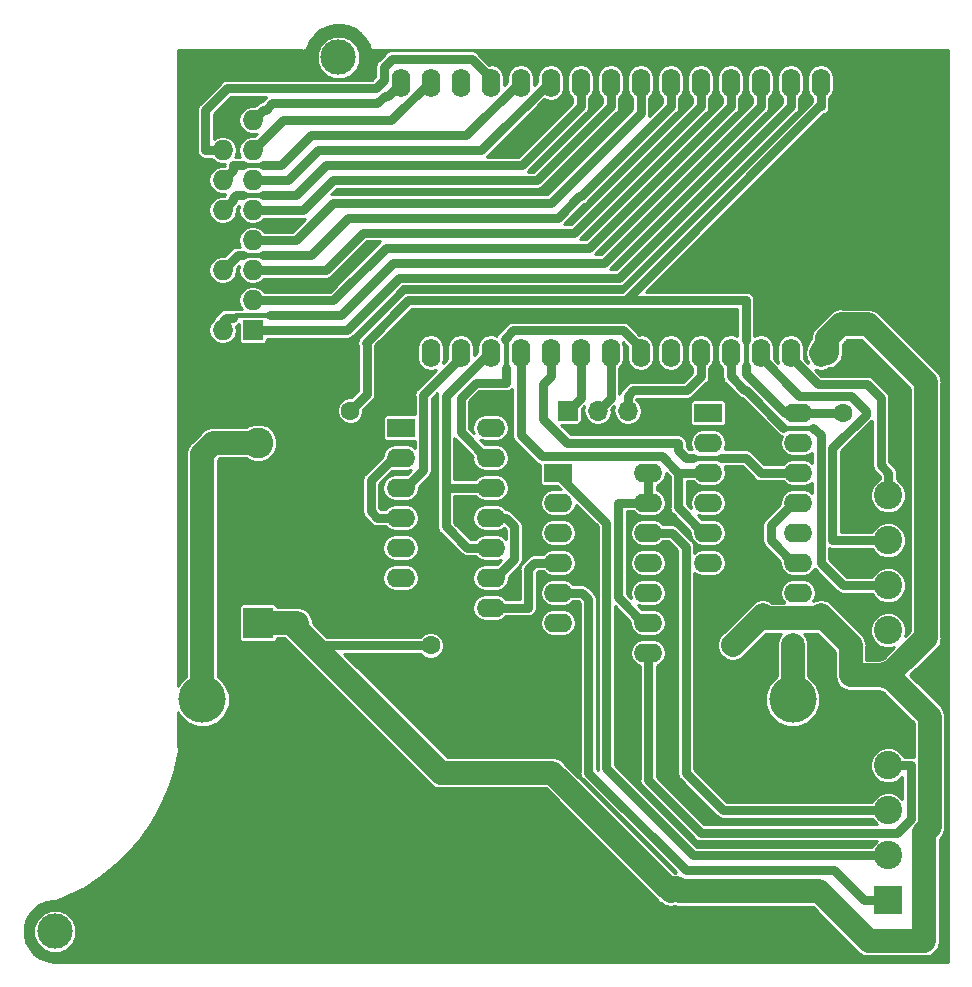
<source format=gbr>
G04 #@! TF.GenerationSoftware,KiCad,Pcbnew,(5.0.1)-4*
G04 #@! TF.CreationDate,2021-02-15T21:01:42+01:00*
G04 #@! TF.ProjectId,baby_foot,626162795F666F6F742E6B696361645F,rev?*
G04 #@! TF.SameCoordinates,PX5204180PY8954400*
G04 #@! TF.FileFunction,Copper,L2,Bot,Signal*
G04 #@! TF.FilePolarity,Positive*
%FSLAX46Y46*%
G04 Gerber Fmt 4.6, Leading zero omitted, Abs format (unit mm)*
G04 Created by KiCad (PCBNEW (5.0.1)-4) date 15/02/2021 21:01:42*
%MOMM*%
%LPD*%
G01*
G04 APERTURE LIST*
G04 #@! TA.AperFunction,ComponentPad*
%ADD10O,1.600000X2.400000*%
G04 #@! TD*
G04 #@! TA.AperFunction,ComponentPad*
%ADD11R,2.400000X2.400000*%
G04 #@! TD*
G04 #@! TA.AperFunction,ComponentPad*
%ADD12C,2.400000*%
G04 #@! TD*
G04 #@! TA.AperFunction,ComponentPad*
%ADD13R,2.400000X1.600000*%
G04 #@! TD*
G04 #@! TA.AperFunction,ComponentPad*
%ADD14O,2.400000X1.600000*%
G04 #@! TD*
G04 #@! TA.AperFunction,ComponentPad*
%ADD15C,4.000000*%
G04 #@! TD*
G04 #@! TA.AperFunction,ComponentPad*
%ADD16C,1.600000*%
G04 #@! TD*
G04 #@! TA.AperFunction,ComponentPad*
%ADD17C,2.000000*%
G04 #@! TD*
G04 #@! TA.AperFunction,ComponentPad*
%ADD18R,2.600000X2.600000*%
G04 #@! TD*
G04 #@! TA.AperFunction,ComponentPad*
%ADD19C,2.600000*%
G04 #@! TD*
G04 #@! TA.AperFunction,ComponentPad*
%ADD20O,1.727200X1.727200*%
G04 #@! TD*
G04 #@! TA.AperFunction,ComponentPad*
%ADD21R,1.727200X1.727200*%
G04 #@! TD*
G04 #@! TA.AperFunction,ComponentPad*
%ADD22R,1.700000X1.700000*%
G04 #@! TD*
G04 #@! TA.AperFunction,ComponentPad*
%ADD23O,1.700000X1.700000*%
G04 #@! TD*
G04 #@! TA.AperFunction,ViaPad*
%ADD24C,3.000000*%
G04 #@! TD*
G04 #@! TA.AperFunction,Conductor*
%ADD25C,0.800000*%
G04 #@! TD*
G04 #@! TA.AperFunction,Conductor*
%ADD26C,2.000000*%
G04 #@! TD*
G04 #@! TA.AperFunction,Conductor*
%ADD27C,0.400000*%
G04 #@! TD*
G04 #@! TA.AperFunction,Conductor*
%ADD28C,0.254000*%
G04 #@! TD*
G04 APERTURE END LIST*
D10*
G04 #@! TO.P,U5,1*
G04 #@! TO.N,GND*
X32275000Y51985000D03*
G04 #@! TO.P,U5,2*
G04 #@! TO.N,N/C*
X34815000Y51985000D03*
G04 #@! TO.P,U5,3*
G04 #@! TO.N,Goal_J1*
X37355000Y51985000D03*
G04 #@! TO.P,U5,4*
G04 #@! TO.N,Gam_J1*
X39895000Y51985000D03*
G04 #@! TO.P,U5,5*
G04 #@! TO.N,Goal_J2*
X42435000Y51985000D03*
G04 #@! TO.P,U5,6*
G04 #@! TO.N,Gam_J2*
X44975000Y51985000D03*
G04 #@! TO.P,U5,7*
G04 #@! TO.N,LESS*
X47515000Y51985000D03*
G04 #@! TO.P,U5,8*
G04 #@! TO.N,MORE*
X50055000Y51985000D03*
G04 #@! TO.P,U5,9*
G04 #@! TO.N,Reset*
X52595000Y51985000D03*
G04 #@! TO.P,U5,10*
G04 #@! TO.N,LED_1*
X55135000Y51985000D03*
G04 #@! TO.P,U5,11*
G04 #@! TO.N,OK*
X57675000Y51985000D03*
G04 #@! TO.P,U5,12*
G04 #@! TO.N,LED_2*
X60215000Y51985000D03*
G04 #@! TO.P,U5,13*
G04 #@! TO.N,RX*
X62755000Y51985000D03*
G04 #@! TO.P,U5,14*
G04 #@! TO.N,TX*
X65295000Y51985000D03*
G04 #@! TO.P,U5,15*
G04 #@! TO.N,+5V*
X67835000Y51985000D03*
G04 #@! TO.P,U5,16*
G04 #@! TO.N,GND*
X70375000Y51985000D03*
G04 #@! TO.P,U5,17*
G04 #@! TO.N,OE*
X32275000Y74845000D03*
G04 #@! TO.P,U5,18*
G04 #@! TO.N,CLK*
X34815000Y74845000D03*
G04 #@! TO.P,U5,19*
G04 #@! TO.N,N/C*
X37355000Y74845000D03*
G04 #@! TO.P,U5,20*
G04 #@! TO.N,LAT*
X39895000Y74845000D03*
G04 #@! TO.P,U5,21*
G04 #@! TO.N,D*
X42435000Y74845000D03*
G04 #@! TO.P,U5,22*
G04 #@! TO.N,C*
X44975000Y74845000D03*
G04 #@! TO.P,U5,23*
G04 #@! TO.N,B*
X47515000Y74845000D03*
G04 #@! TO.P,U5,24*
G04 #@! TO.N,A*
X50055000Y74845000D03*
G04 #@! TO.P,U5,25*
G04 #@! TO.N,B2*
X52595000Y74845000D03*
G04 #@! TO.P,U5,26*
G04 #@! TO.N,G2*
X55135000Y74845000D03*
G04 #@! TO.P,U5,27*
G04 #@! TO.N,R2*
X57675000Y74845000D03*
G04 #@! TO.P,U5,28*
G04 #@! TO.N,B1*
X60215000Y74845000D03*
G04 #@! TO.P,U5,29*
G04 #@! TO.N,G1*
X62755000Y74845000D03*
G04 #@! TO.P,U5,30*
G04 #@! TO.N,R1*
X65295000Y74845000D03*
G04 #@! TO.P,U5,31*
G04 #@! TO.N,+3V3*
X67835000Y74845000D03*
G04 #@! TO.P,U5,32*
G04 #@! TO.N,GND*
X70375000Y74845000D03*
G04 #@! TD*
D11*
G04 #@! TO.P,J2,1*
G04 #@! TO.N,Net-(J2-Pad1)*
X73550000Y5630000D03*
D12*
G04 #@! TO.P,J2,2*
G04 #@! TO.N,Net-(J2-Pad2)*
X73550000Y9440000D03*
G04 #@! TO.P,J2,3*
G04 #@! TO.N,Net-(J2-Pad3)*
X73550000Y13250000D03*
G04 #@! TO.P,J2,4*
G04 #@! TO.N,Net-(J2-Pad4)*
X73550000Y17060000D03*
G04 #@! TO.P,J2,5*
G04 #@! TO.N,GND*
X73550000Y20870000D03*
G04 #@! TO.P,J2,6*
G04 #@! TO.N,+5V*
X73550000Y24680000D03*
G04 #@! TO.P,J2,7*
G04 #@! TO.N,LED_1*
X73550000Y28490000D03*
G04 #@! TO.P,J2,8*
G04 #@! TO.N,LED_2*
X73550000Y32300000D03*
G04 #@! TO.P,J2,9*
G04 #@! TO.N,RX*
X73550000Y36110000D03*
G04 #@! TO.P,J2,10*
G04 #@! TO.N,TX*
X73550000Y39920000D03*
G04 #@! TD*
D13*
G04 #@! TO.P,U1,1*
G04 #@! TO.N,Net-(J2-Pad2)*
X45610000Y41825000D03*
D14*
G04 #@! TO.P,U1,8*
G04 #@! TO.N,Net-(J2-Pad4)*
X53230000Y26585000D03*
G04 #@! TO.P,U1,2*
G04 #@! TO.N,+5V*
X45610000Y39285000D03*
G04 #@! TO.P,U1,9*
X53230000Y29125000D03*
G04 #@! TO.P,U1,3*
G04 #@! TO.N,Net-(U1-Pad3)*
X45610000Y36745000D03*
G04 #@! TO.P,U1,10*
G04 #@! TO.N,Net-(U1-Pad10)*
X53230000Y31665000D03*
G04 #@! TO.P,U1,4*
G04 #@! TO.N,Net-(U1-Pad4)*
X45610000Y34205000D03*
G04 #@! TO.P,U1,11*
G04 #@! TO.N,Net-(U1-Pad11)*
X53230000Y34205000D03*
G04 #@! TO.P,U1,5*
G04 #@! TO.N,Net-(J2-Pad1)*
X45610000Y31665000D03*
G04 #@! TO.P,U1,12*
G04 #@! TO.N,Net-(J2-Pad3)*
X53230000Y36745000D03*
G04 #@! TO.P,U1,6*
G04 #@! TO.N,+5V*
X45610000Y29125000D03*
G04 #@! TO.P,U1,13*
X53230000Y39285000D03*
G04 #@! TO.P,U1,7*
G04 #@! TO.N,GND*
X45610000Y26585000D03*
G04 #@! TO.P,U1,14*
G04 #@! TO.N,+5V*
X53230000Y41825000D03*
G04 #@! TD*
D15*
G04 #@! TO.P,U4,1*
G04 #@! TO.N,Net-(J1-Pad4)*
X15467566Y22635870D03*
G04 #@! TO.P,U4,2*
G04 #@! TO.N,GND*
X15467566Y2635870D03*
G04 #@! TO.P,U4,3*
G04 #@! TO.N,Net-(F1-Pad1)*
X65467566Y22635870D03*
G04 #@! TO.P,U4,4*
G04 #@! TO.N,GND*
X65467566Y2635870D03*
G04 #@! TD*
D16*
G04 #@! TO.P,C1,2*
G04 #@! TO.N,GND*
X39815000Y27220000D03*
G04 #@! TO.P,C1,1*
G04 #@! TO.N,+5V*
X34815000Y27220000D03*
G04 #@! TD*
G04 #@! TO.P,C2,1*
G04 #@! TO.N,+3V3*
X69740000Y46905000D03*
G04 #@! TO.P,C2,2*
G04 #@! TO.N,GND*
X74740000Y46905000D03*
G04 #@! TD*
G04 #@! TO.P,C3,1*
G04 #@! TO.N,+3V3*
X28002566Y47085870D03*
G04 #@! TO.P,C3,2*
G04 #@! TO.N,GND*
X28002566Y52085870D03*
G04 #@! TD*
D17*
G04 #@! TO.P,F1,1*
G04 #@! TO.N,Net-(F1-Pad1)*
X65467566Y27220000D03*
G04 #@! TO.P,F1,2*
G04 #@! TO.N,+5V*
X60387566Y27230000D03*
G04 #@! TD*
D18*
G04 #@! TO.P,J1,1*
G04 #@! TO.N,+5V*
X20210000Y29125000D03*
D19*
G04 #@! TO.P,J1,2*
G04 #@! TO.N,GND*
X20210000Y34205000D03*
G04 #@! TO.P,J1,3*
X20210000Y39285000D03*
G04 #@! TO.P,J1,4*
G04 #@! TO.N,Net-(J1-Pad4)*
X20210000Y44365000D03*
G04 #@! TD*
D20*
G04 #@! TO.P,J3,16*
G04 #@! TO.N,GND*
X17207566Y71670000D03*
G04 #@! TO.P,J3,15*
G04 #@! TO.N,OE*
X19747566Y71670000D03*
G04 #@! TO.P,J3,14*
G04 #@! TO.N,LAT*
X17207566Y69130000D03*
G04 #@! TO.P,J3,13*
G04 #@! TO.N,CLK*
X19747566Y69130000D03*
G04 #@! TO.P,J3,12*
G04 #@! TO.N,D*
X17207566Y66590000D03*
G04 #@! TO.P,J3,11*
G04 #@! TO.N,C*
X19747566Y66590000D03*
G04 #@! TO.P,J3,10*
G04 #@! TO.N,B*
X17207566Y64050000D03*
G04 #@! TO.P,J3,9*
G04 #@! TO.N,A*
X19747566Y64050000D03*
G04 #@! TO.P,J3,8*
G04 #@! TO.N,GND*
X17207566Y61510000D03*
G04 #@! TO.P,J3,7*
G04 #@! TO.N,B2*
X19747566Y61510000D03*
G04 #@! TO.P,J3,6*
G04 #@! TO.N,G2*
X17207566Y58970000D03*
G04 #@! TO.P,J3,5*
G04 #@! TO.N,R2*
X19747566Y58970000D03*
G04 #@! TO.P,J3,4*
G04 #@! TO.N,GND*
X17207566Y56430000D03*
G04 #@! TO.P,J3,3*
G04 #@! TO.N,B1*
X19747566Y56430000D03*
G04 #@! TO.P,J3,2*
G04 #@! TO.N,G1*
X17207566Y53890000D03*
D21*
G04 #@! TO.P,J3,1*
G04 #@! TO.N,R1*
X19747566Y53890000D03*
G04 #@! TD*
D13*
G04 #@! TO.P,U2,1*
G04 #@! TO.N,Net-(U1-Pad3)*
X32275000Y45635000D03*
D14*
G04 #@! TO.P,U2,8*
G04 #@! TO.N,Net-(U1-Pad4)*
X39895000Y30395000D03*
G04 #@! TO.P,U2,2*
G04 #@! TO.N,Net-(U2-Pad2)*
X32275000Y43095000D03*
G04 #@! TO.P,U2,9*
G04 #@! TO.N,Net-(U2-Pad11)*
X39895000Y32935000D03*
G04 #@! TO.P,U2,3*
G04 #@! TO.N,Goal_J1*
X32275000Y40555000D03*
G04 #@! TO.P,U2,10*
G04 #@! TO.N,Gam_J1*
X39895000Y35475000D03*
G04 #@! TO.P,U2,4*
G04 #@! TO.N,Net-(U2-Pad2)*
X32275000Y38015000D03*
G04 #@! TO.P,U2,11*
G04 #@! TO.N,Net-(U2-Pad11)*
X39895000Y38015000D03*
G04 #@! TO.P,U2,5*
G04 #@! TO.N,Goal_J1*
X32275000Y35475000D03*
G04 #@! TO.P,U2,12*
G04 #@! TO.N,Gam_J1*
X39895000Y40555000D03*
G04 #@! TO.P,U2,6*
G04 #@! TO.N,Reset*
X32275000Y32935000D03*
G04 #@! TO.P,U2,13*
X39895000Y43095000D03*
G04 #@! TO.P,U2,7*
G04 #@! TO.N,GND*
X32275000Y30395000D03*
G04 #@! TO.P,U2,14*
G04 #@! TO.N,+3V3*
X39895000Y45635000D03*
G04 #@! TD*
G04 #@! TO.P,U3,14*
G04 #@! TO.N,+3V3*
X65930000Y46905000D03*
G04 #@! TO.P,U3,7*
G04 #@! TO.N,GND*
X58310000Y31665000D03*
G04 #@! TO.P,U3,13*
G04 #@! TO.N,Reset*
X65930000Y44365000D03*
G04 #@! TO.P,U3,6*
X58310000Y34205000D03*
G04 #@! TO.P,U3,12*
G04 #@! TO.N,Gam_J2*
X65930000Y41825000D03*
G04 #@! TO.P,U3,5*
G04 #@! TO.N,Goal_J2*
X58310000Y36745000D03*
G04 #@! TO.P,U3,11*
G04 #@! TO.N,Net-(U3-Pad11)*
X65930000Y39285000D03*
G04 #@! TO.P,U3,4*
G04 #@! TO.N,Net-(U3-Pad2)*
X58310000Y39285000D03*
G04 #@! TO.P,U3,10*
G04 #@! TO.N,Gam_J2*
X65930000Y36745000D03*
G04 #@! TO.P,U3,3*
G04 #@! TO.N,Goal_J2*
X58310000Y41825000D03*
G04 #@! TO.P,U3,9*
G04 #@! TO.N,Net-(U3-Pad11)*
X65930000Y34205000D03*
G04 #@! TO.P,U3,2*
G04 #@! TO.N,Net-(U3-Pad2)*
X58310000Y44365000D03*
G04 #@! TO.P,U3,8*
G04 #@! TO.N,Net-(U1-Pad11)*
X65930000Y31665000D03*
D13*
G04 #@! TO.P,U3,1*
G04 #@! TO.N,Net-(U1-Pad10)*
X58310000Y46905000D03*
G04 #@! TD*
D22*
G04 #@! TO.P,J4,1*
G04 #@! TO.N,LESS*
X46417566Y47085870D03*
D23*
G04 #@! TO.P,J4,2*
G04 #@! TO.N,MORE*
X48957566Y47085870D03*
G04 #@! TO.P,J4,3*
G04 #@! TO.N,OK*
X51497566Y47085870D03*
G04 #@! TD*
D24*
G04 #@! TO.N,*
X27000000Y77000000D03*
X3000000Y3000000D03*
G04 #@! TD*
D25*
G04 #@! TO.N,GND*
X74740000Y48036370D02*
X74740000Y46905000D01*
X74740000Y49220000D02*
X74740000Y48036370D01*
X71975000Y51985000D02*
X74740000Y49220000D01*
X70375000Y51985000D02*
X71975000Y51985000D01*
X71852944Y20870000D02*
X73550000Y20870000D01*
X71018813Y20035869D02*
X71852944Y20870000D01*
X63589131Y20035869D02*
X71018813Y20035869D01*
X58310000Y25315000D02*
X63589131Y20035869D01*
X58310000Y31665000D02*
X58310000Y25315000D01*
X20210000Y39285000D02*
X22048477Y39285000D01*
X24655000Y48738304D02*
X28002566Y52085870D01*
X24655000Y41891523D02*
X24655000Y48738304D01*
X15986252Y56430000D02*
X15765000Y56208748D01*
X17207566Y56430000D02*
X15986252Y56430000D01*
X15743965Y54592529D02*
X15743965Y53276035D01*
X15765000Y56208748D02*
X15765000Y54613564D01*
X15765000Y54613564D02*
X15743965Y54592529D01*
X20281696Y48738304D02*
X24655000Y48738304D01*
X15743965Y53276035D02*
X20281696Y48738304D01*
X20210000Y39285000D02*
X20210000Y34205000D01*
X15743965Y56229783D02*
X15765000Y56208748D01*
X15743965Y61267713D02*
X15743965Y56229783D01*
X15986252Y61510000D02*
X15743965Y61267713D01*
X17207566Y61510000D02*
X15986252Y61510000D01*
X28465000Y30395000D02*
X32275000Y30395000D01*
X20210000Y34205000D02*
X24655000Y34205000D01*
X24655000Y34205000D02*
X28465000Y30395000D01*
X36640000Y30395000D02*
X39815000Y27220000D01*
X32275000Y30395000D02*
X36640000Y30395000D01*
X17467565Y4635869D02*
X15467566Y2635870D01*
X20210000Y34205000D02*
X18371523Y34205000D01*
X18371523Y34205000D02*
X17670000Y33503477D01*
X17670000Y33503477D02*
X17670000Y24281438D01*
X17670000Y24281438D02*
X18067567Y23883871D01*
X18067567Y23883871D02*
X18067567Y5235871D01*
X18067567Y5235871D02*
X17467565Y4635869D01*
X65467566Y2635870D02*
X15467566Y2635870D01*
X40450000Y26585000D02*
X39815000Y27220000D01*
X45610000Y26585000D02*
X40450000Y26585000D01*
X24813698Y41825000D02*
X24588477Y41825000D01*
X32275000Y49286302D02*
X24813698Y41825000D01*
X32275000Y51985000D02*
X32275000Y49286302D01*
X22048477Y39285000D02*
X24588477Y41825000D01*
X24588477Y41825000D02*
X24655000Y41891523D01*
G04 #@! TO.N,+5V*
X53230000Y39285000D02*
X53230000Y41825000D01*
X52830000Y29125000D02*
X53230000Y29125000D01*
X50690000Y31265000D02*
X52830000Y29125000D01*
X50690000Y39285000D02*
X50690000Y31265000D01*
X53230000Y39285000D02*
X50690000Y39285000D01*
X45610000Y29125000D02*
X45210000Y29125000D01*
X33683630Y27220000D02*
X34815000Y27220000D01*
X24215000Y27220000D02*
X33683630Y27220000D01*
X22310000Y29125000D02*
X24215000Y27220000D01*
X20210000Y29125000D02*
X22310000Y29125000D01*
D26*
X70375000Y24680000D02*
X73550000Y24680000D01*
X70375000Y27220000D02*
X70375000Y24680000D01*
X67835000Y29760000D02*
X70375000Y27220000D01*
X60387566Y27230000D02*
X62917566Y29760000D01*
X63009000Y29506000D02*
X67926434Y29506000D01*
X77055010Y11828253D02*
X77055010Y21174990D01*
X77055010Y21174990D02*
X74749999Y23480001D01*
X76598000Y11371243D02*
X77055010Y11828253D01*
X20210000Y29125000D02*
X23510000Y29125000D01*
X74749999Y23480001D02*
X73550000Y24680000D01*
X67708000Y6392000D02*
X71899000Y2201000D01*
X71899000Y2201000D02*
X76598000Y2201000D01*
X76598000Y2201000D02*
X76598000Y11371243D01*
X68374990Y53213431D02*
X69559559Y54398000D01*
X67835000Y51985000D02*
X68374990Y51985000D01*
X68374990Y51985000D02*
X68374990Y53213431D01*
X74749999Y25879999D02*
X73550000Y24680000D01*
X76740001Y27870001D02*
X74749999Y25879999D01*
X76740001Y49482754D02*
X76740001Y27870001D01*
X71837745Y54385010D02*
X76740001Y49482754D01*
X69559559Y54385010D02*
X71837745Y54385010D01*
X69559559Y54398000D02*
X69559559Y54385010D01*
X23510000Y29125000D02*
X23510000Y28619000D01*
X23510000Y28619000D02*
X35704000Y16425000D01*
X35704000Y16425000D02*
X45102000Y16425000D01*
X45102000Y16425000D02*
X55135000Y6392000D01*
X55920245Y6392000D02*
X67708000Y6392000D01*
X55666245Y6646000D02*
X55920245Y6392000D01*
X55389000Y6646000D02*
X55666245Y6646000D01*
X55135000Y6392000D02*
X55389000Y6646000D01*
D25*
G04 #@! TO.N,+3V3*
X67835000Y74845000D02*
X67835000Y72845000D01*
X67835000Y72845000D02*
X67740000Y72845000D01*
X67740000Y72845000D02*
X51325000Y56430000D01*
X51325000Y56430000D02*
X32910000Y56430000D01*
X28802565Y47885869D02*
X28002566Y47085870D01*
X29402567Y48485871D02*
X28802565Y47885869D01*
X29402567Y52757871D02*
X29402567Y48485871D01*
X29320219Y52840219D02*
X29402567Y52757871D01*
X32910000Y56430000D02*
X29320219Y52840219D01*
X69740000Y46905000D02*
X65930000Y46905000D01*
X57675000Y56430000D02*
X51325000Y56430000D01*
X61485000Y53094913D02*
X61485000Y56430000D01*
X61485000Y56430000D02*
X57675000Y56430000D01*
X65930000Y46905000D02*
X64804226Y46905000D01*
X64804226Y46905000D02*
X61485000Y50224226D01*
X61485000Y50224226D02*
X61485000Y50875087D01*
D27*
X61485000Y52850000D02*
X61485000Y50875087D01*
X61485000Y53094913D02*
X61485000Y52850000D01*
D26*
G04 #@! TO.N,Net-(F1-Pad1)*
X65467566Y27220000D02*
X65467566Y22635870D01*
G04 #@! TO.N,Net-(J1-Pad4)*
X15467566Y43432566D02*
X15467566Y22635870D01*
X16400000Y44365000D02*
X20210000Y44365000D01*
X15467566Y43432566D02*
X16400000Y44365000D01*
D25*
G04 #@! TO.N,TX*
X73550000Y41825000D02*
X73550000Y39920000D01*
X65295000Y51585000D02*
X67574980Y49305020D01*
X65295000Y51985000D02*
X65295000Y51585000D01*
X67574980Y49305020D02*
X71784980Y49305020D01*
X71784980Y49305020D02*
X72915000Y48175000D01*
X72915000Y48175000D02*
X72915000Y42460000D01*
X72915000Y42460000D02*
X73550000Y41825000D01*
G04 #@! TO.N,RX*
X71645000Y46737998D02*
X68835010Y43928008D01*
X71645000Y47072002D02*
X71645000Y46737998D01*
X70411992Y48305010D02*
X71645000Y47072002D01*
X66034990Y48305010D02*
X70411992Y48305010D01*
X62755000Y51985000D02*
X62755000Y51585000D01*
X62755000Y51585000D02*
X66034990Y48305010D01*
X68835010Y43928008D02*
X68835010Y36110000D01*
X68835010Y36110000D02*
X73550000Y36110000D01*
G04 #@! TO.N,LED_2*
X60215000Y51985000D02*
X60215000Y49985000D01*
X60215000Y49985000D02*
X61390000Y48810000D01*
X61390000Y48810000D02*
X61485000Y48810000D01*
X61485000Y48810000D02*
X64660000Y45635000D01*
X73550000Y32300000D02*
X69740000Y32300000D01*
X69740000Y32300000D02*
X67835000Y34205000D01*
X67835000Y34205000D02*
X67835000Y45000000D01*
X67835000Y45000000D02*
X67200000Y45635000D01*
D27*
X67200000Y45635000D02*
X64660000Y45635000D01*
D25*
G04 #@! TO.N,R1*
X65295000Y72845000D02*
X50785000Y58335000D01*
X65295000Y74845000D02*
X65295000Y72845000D01*
X32179694Y58335000D02*
X27734694Y53890000D01*
X50785000Y58335000D02*
X32179694Y58335000D01*
X27734694Y53890000D02*
X19747566Y53890000D01*
G04 #@! TO.N,G1*
X62755000Y72845000D02*
X49515000Y59605000D01*
X62755000Y74845000D02*
X62755000Y72845000D01*
X49515000Y59605000D02*
X31640000Y59605000D01*
X31640000Y59605000D02*
X27830000Y55795000D01*
X27830000Y55795000D02*
X27195000Y55160000D01*
X27195000Y55160000D02*
X21211167Y55160000D01*
X17476399Y54966399D02*
X18111399Y54966399D01*
X17207566Y53890000D02*
X17207566Y54697566D01*
X17207566Y54697566D02*
X17476399Y54966399D01*
D27*
X18305000Y55160000D02*
X18111399Y54966399D01*
X21211167Y55160000D02*
X18305000Y55160000D01*
D25*
G04 #@! TO.N,B1*
X60215000Y72845000D02*
X48245000Y60875000D01*
X60215000Y74845000D02*
X60215000Y72845000D01*
X48245000Y60875000D02*
X31005000Y60875000D01*
X26560000Y56430000D02*
X19747566Y56430000D01*
X31005000Y60875000D02*
X26560000Y56430000D01*
G04 #@! TO.N,R2*
X57675000Y72845000D02*
X46975000Y62145000D01*
X57675000Y74845000D02*
X57675000Y72845000D01*
X46975000Y62145000D02*
X29100000Y62145000D01*
X29100000Y62145000D02*
X25925000Y58970000D01*
X25925000Y58970000D02*
X19747566Y58970000D01*
G04 #@! TO.N,G2*
X55135000Y72845000D02*
X47515000Y65225000D01*
X55135000Y74845000D02*
X55135000Y72845000D01*
X47515000Y65225000D02*
X47420000Y65225000D01*
X47420000Y65225000D02*
X45610000Y63415000D01*
X45610000Y63415000D02*
X27830000Y63415000D01*
X27830000Y63415000D02*
X24655000Y60240000D01*
X24655000Y60240000D02*
X20643696Y60240000D01*
X17207566Y58970000D02*
X18477566Y60240000D01*
X18477566Y60240000D02*
X18940000Y60240000D01*
D27*
X20643696Y60240000D02*
X18940000Y60240000D01*
D25*
G04 #@! TO.N,B2*
X23385000Y61510000D02*
X19747566Y61510000D01*
X26560000Y64685000D02*
X23385000Y61510000D01*
X44975000Y64685000D02*
X26560000Y64685000D01*
X52595000Y74845000D02*
X52595000Y72305000D01*
X52595000Y72305000D02*
X44975000Y64685000D01*
G04 #@! TO.N,A*
X50055000Y72845000D02*
X43800000Y66590000D01*
X50055000Y74845000D02*
X50055000Y72845000D01*
X43800000Y66590000D02*
X26560000Y66590000D01*
X26560000Y66590000D02*
X24020000Y64050000D01*
X24020000Y64050000D02*
X19747566Y64050000D01*
G04 #@! TO.N,B*
X18071165Y64913599D02*
X18071165Y65086165D01*
X17207566Y64050000D02*
X18071165Y64913599D01*
X18071165Y65086165D02*
X18305000Y65320000D01*
X18305000Y65320000D02*
X18940000Y65320000D01*
X47515000Y72845000D02*
X42530000Y67860000D01*
X47515000Y74845000D02*
X47515000Y72845000D01*
X42530000Y67860000D02*
X25925000Y67860000D01*
X25925000Y67860000D02*
X23385000Y65320000D01*
X23385000Y65320000D02*
X20643696Y65320000D01*
D27*
X20643696Y65320000D02*
X18940000Y65320000D01*
D25*
G04 #@! TO.N,C*
X22750000Y66590000D02*
X19747566Y66590000D01*
X25290000Y69130000D02*
X22750000Y66590000D01*
X39099913Y69130000D02*
X25290000Y69130000D01*
X44975000Y74845000D02*
X44814913Y74845000D01*
X44814913Y74845000D02*
X39099913Y69130000D01*
G04 #@! TO.N,D*
X42274913Y74845000D02*
X37829913Y70400000D01*
X42435000Y74845000D02*
X42274913Y74845000D01*
X37829913Y70400000D02*
X27195000Y70400000D01*
X27195000Y70400000D02*
X24655000Y70400000D01*
X24655000Y70400000D02*
X22115000Y67860000D01*
X22115000Y67860000D02*
X20643696Y67860000D01*
X18103696Y67860000D02*
X18940000Y67860000D01*
X18103696Y67486130D02*
X17207566Y66590000D01*
X18103696Y67860000D02*
X18103696Y67486130D01*
D27*
X18940000Y67860000D02*
X20643696Y67860000D01*
D25*
G04 #@! TO.N,CLK*
X34654913Y74845000D02*
X31479913Y71670000D01*
X34815000Y74845000D02*
X34654913Y74845000D01*
X22287566Y71670000D02*
X19747566Y69130000D01*
X31479913Y71670000D02*
X22287566Y71670000D01*
G04 #@! TO.N,LAT*
X39895000Y75245000D02*
X39895000Y74845000D01*
X38289140Y76850860D02*
X39895000Y75245000D01*
X31510860Y76850860D02*
X38289140Y76850860D01*
X30874990Y75089217D02*
X30874990Y76214990D01*
X17207566Y69130000D02*
X15765000Y69130000D01*
X30874990Y76214990D02*
X31510860Y76850860D01*
X15743965Y69151035D02*
X15743965Y72513965D01*
X15765000Y69130000D02*
X15743965Y69151035D01*
X15743965Y72513965D02*
X17600000Y74370000D01*
X17600000Y74370000D02*
X30155773Y74370000D01*
X30155773Y74370000D02*
X30874990Y75089217D01*
G04 #@! TO.N,OE*
X31165000Y73735000D02*
X32275000Y74845000D01*
X20611165Y72533599D02*
X20843599Y72533599D01*
X19747566Y71670000D02*
X20611165Y72533599D01*
X20843599Y72533599D02*
X21410000Y73100000D01*
X21410000Y73100000D02*
X30300000Y73100000D01*
X30300000Y73100000D02*
X30935000Y73735000D01*
X30935000Y73735000D02*
X31165000Y73735000D01*
G04 #@! TO.N,Net-(U1-Pad4)*
X43610000Y34205000D02*
X43070000Y33665000D01*
X45610000Y34205000D02*
X43610000Y34205000D01*
X43070000Y33665000D02*
X43070000Y30395000D01*
X43070000Y30395000D02*
X39895000Y30395000D01*
G04 #@! TO.N,Net-(U2-Pad2)*
X30275000Y38015000D02*
X32275000Y38015000D01*
X29735000Y38555000D02*
X30275000Y38015000D01*
X29735000Y41190000D02*
X29735000Y38555000D01*
X31640000Y43095000D02*
X29735000Y41190000D01*
X32275000Y43095000D02*
X31640000Y43095000D01*
G04 #@! TO.N,Net-(U2-Pad11)*
X40295000Y32935000D02*
X39895000Y32935000D01*
X41895000Y34535000D02*
X40295000Y32935000D01*
X41895000Y37285000D02*
X41895000Y34535000D01*
X41165000Y38015000D02*
X41895000Y37285000D01*
X39895000Y38015000D02*
X41165000Y38015000D01*
G04 #@! TO.N,Goal_J1*
X37355000Y51585000D02*
X37355000Y51985000D01*
X34180000Y48410000D02*
X37355000Y51585000D01*
X34180000Y42060000D02*
X34180000Y48410000D01*
X32675000Y40555000D02*
X34180000Y42060000D01*
X32275000Y40555000D02*
X32675000Y40555000D01*
G04 #@! TO.N,Gam_J1*
X39734913Y51985000D02*
X36085000Y48335087D01*
X39895000Y51985000D02*
X39734913Y51985000D01*
X36085000Y48335087D02*
X36085000Y40555000D01*
X36085000Y40555000D02*
X39895000Y40555000D01*
X36085000Y37285000D02*
X36085000Y40555000D01*
X37895000Y35475000D02*
X36085000Y37285000D01*
X39895000Y35475000D02*
X37895000Y35475000D01*
G04 #@! TO.N,Reset*
X52595000Y52385000D02*
X51090000Y53890000D01*
X52595000Y51985000D02*
X52595000Y52385000D01*
X41800000Y53890000D02*
X41084956Y53174957D01*
X51090000Y53890000D02*
X41800000Y53890000D01*
X39495000Y43095000D02*
X37355000Y45235000D01*
X39895000Y43095000D02*
X39495000Y43095000D01*
X37355000Y45235000D02*
X37355000Y47540000D01*
X37355000Y47540000D02*
X37355000Y48175000D01*
X37355000Y48175000D02*
X38625000Y49445000D01*
X38625000Y49445000D02*
X41165000Y49445000D01*
X41165000Y49445000D02*
X41165000Y50715000D01*
D27*
X41165000Y52812070D02*
X41165000Y50715000D01*
X41084956Y52892114D02*
X41165000Y52812070D01*
X41084956Y53174957D02*
X41084956Y52892114D01*
D25*
G04 #@! TO.N,Gam_J2*
X44340000Y46383434D02*
X46358434Y44365000D01*
X44340000Y49350000D02*
X44340000Y46383434D01*
X44975000Y51985000D02*
X44975000Y49985000D01*
X44975000Y49985000D02*
X44340000Y49350000D01*
X46358434Y44365000D02*
X55770000Y44365000D01*
X55770000Y44365000D02*
X55770000Y43730000D01*
X55770000Y43730000D02*
X56405000Y43095000D01*
X56405000Y43095000D02*
X57040000Y43095000D01*
X65930000Y41825000D02*
X62755000Y41825000D01*
X62755000Y41825000D02*
X61485000Y43095000D01*
X61485000Y43095000D02*
X59419913Y43095000D01*
D27*
X59419913Y43095000D02*
X56405000Y43095000D01*
D25*
G04 #@! TO.N,Goal_J2*
X42435000Y45000000D02*
X42435000Y51985000D01*
X44209999Y43225001D02*
X42435000Y45000000D01*
X54369999Y43225001D02*
X44209999Y43225001D01*
X55770000Y41825000D02*
X54369999Y43225001D01*
X58310000Y41825000D02*
X55770000Y41825000D01*
X57910000Y36745000D02*
X58310000Y36745000D01*
X55770000Y38885000D02*
X57910000Y36745000D01*
X55770000Y41825000D02*
X55770000Y38885000D01*
G04 #@! TO.N,Net-(U3-Pad11)*
X65530000Y39285000D02*
X63625000Y37380000D01*
X65930000Y39285000D02*
X65530000Y39285000D01*
X65530000Y34205000D02*
X65930000Y34205000D01*
X63625000Y36110000D02*
X65530000Y34205000D01*
X63625000Y37380000D02*
X63625000Y36110000D01*
G04 #@! TO.N,Net-(J2-Pad1)*
X47610000Y31665000D02*
X45610000Y31665000D01*
X73550000Y5630000D02*
X71550000Y5630000D01*
X71550000Y5630000D02*
X69010000Y8170000D01*
X69010000Y8170000D02*
X56405000Y8170000D01*
X56405000Y8170000D02*
X48150000Y16425000D01*
X48150000Y16425000D02*
X48150000Y31125000D01*
X48150000Y31125000D02*
X47610000Y31665000D01*
G04 #@! TO.N,Net-(J2-Pad2)*
X49689990Y37584923D02*
X49689990Y16790010D01*
X45610000Y41825000D02*
X45610000Y41664913D01*
X45610000Y41664913D02*
X49689990Y37584923D01*
X49689990Y16790010D02*
X57040000Y9440000D01*
X57040000Y9440000D02*
X73550000Y9440000D01*
G04 #@! TO.N,Net-(J2-Pad3)*
X55230000Y36745000D02*
X56405000Y35570000D01*
X53230000Y36745000D02*
X55230000Y36745000D01*
X56405000Y35570000D02*
X56405000Y16425000D01*
X56405000Y16425000D02*
X59580000Y13250000D01*
X59580000Y13250000D02*
X73550000Y13250000D01*
G04 #@! TO.N,Net-(J2-Pad4)*
X75455000Y17060000D02*
X73550000Y17060000D01*
X75455000Y12490998D02*
X75455000Y17060000D01*
X74309002Y11345000D02*
X75455000Y12490998D01*
X57675000Y11345000D02*
X74309002Y11345000D01*
X53230000Y26585000D02*
X53230000Y15790000D01*
X53230000Y15790000D02*
X57675000Y11345000D01*
G04 #@! TO.N,LESS*
X47515000Y48183304D02*
X46417566Y47085870D01*
X47515000Y51985000D02*
X47515000Y48183304D01*
G04 #@! TO.N,MORE*
X50055000Y48183304D02*
X48957566Y47085870D01*
X50055000Y51985000D02*
X50055000Y48183304D01*
G04 #@! TO.N,OK*
X51497566Y48347566D02*
X51497566Y47085870D01*
X51960000Y48810000D02*
X51497566Y48347566D01*
X56500000Y48810000D02*
X51960000Y48810000D01*
X57675000Y51985000D02*
X57675000Y49985000D01*
X57675000Y49985000D02*
X56500000Y48810000D01*
G04 #@! TD*
D28*
G04 #@! TO.N,GND*
G36*
X27812783Y79635260D02*
X28376418Y79389704D01*
X28871653Y79025371D01*
X29273856Y78560383D01*
X29571020Y78002883D01*
X29611760Y77891234D01*
X29621325Y77843148D01*
X29710175Y77710175D01*
X29843148Y77621325D01*
X29960410Y77598000D01*
X78598001Y77598000D01*
X78598000Y402000D01*
X2999767Y402000D01*
X2974358Y412899D01*
X2922838Y424809D01*
X2286580Y530894D01*
X1737698Y761240D01*
X1256528Y1111678D01*
X868881Y1563413D01*
X595554Y2092204D01*
X451206Y2669695D01*
X443581Y3264902D01*
X465539Y3363413D01*
X1173000Y3363413D01*
X1173000Y2636587D01*
X1451144Y1965088D01*
X1965088Y1451144D01*
X2636587Y1173000D01*
X3363413Y1173000D01*
X4034912Y1451144D01*
X4548856Y1965088D01*
X4827000Y2636587D01*
X4827000Y3363413D01*
X4548856Y4034912D01*
X4034912Y4548856D01*
X3363413Y4827000D01*
X2636587Y4827000D01*
X1965088Y4548856D01*
X1451144Y4034912D01*
X1173000Y3363413D01*
X465539Y3363413D01*
X573088Y3845902D01*
X832782Y4381527D01*
X1208725Y4843037D01*
X1680764Y5205690D01*
X2223563Y5450021D01*
X2824664Y5566143D01*
X3015960Y5573298D01*
X3113695Y5588415D01*
X3138658Y5598547D01*
X3164919Y5598375D01*
X3204723Y5602084D01*
X3243961Y5609728D01*
X3282246Y5621232D01*
X3303826Y5629613D01*
X3861151Y5864739D01*
X3863120Y5865688D01*
X3865167Y5866459D01*
X3886124Y5876296D01*
X5320145Y6600573D01*
X5327465Y6604739D01*
X5335012Y6608477D01*
X5354888Y6620347D01*
X6709884Y7483469D01*
X6716752Y7488340D01*
X6723892Y7492810D01*
X6742468Y7506580D01*
X6742491Y7506596D01*
X6742500Y7506604D01*
X8005062Y8500027D01*
X8011406Y8505550D01*
X8018074Y8510713D01*
X8035211Y8526278D01*
X9192873Y9640196D01*
X9198647Y9646333D01*
X9204758Y9652122D01*
X9220265Y9669312D01*
X10261568Y10892701D01*
X10266701Y10899377D01*
X10272210Y10905748D01*
X10285933Y10924393D01*
X11200581Y12245154D01*
X11205024Y12252305D01*
X11209875Y12259194D01*
X11221678Y12279110D01*
X12000626Y13684184D01*
X12004343Y13691753D01*
X12008479Y13699078D01*
X12018247Y13720067D01*
X12653791Y15195559D01*
X12656732Y15203444D01*
X12660127Y15211159D01*
X12667761Y15233015D01*
X13153618Y16764333D01*
X13155765Y16772487D01*
X13158372Y16780485D01*
X13163798Y16802991D01*
X13495162Y18374993D01*
X13501452Y18414472D01*
X13503790Y18454379D01*
X13502154Y18494321D01*
X13496558Y18533903D01*
X13487058Y18572735D01*
X13473749Y18610431D01*
X13456761Y18646617D01*
X13436264Y18680938D01*
X13412460Y18713054D01*
X13402000Y18724571D01*
X13402000Y21541842D01*
X13494830Y21317730D01*
X14149426Y20663134D01*
X15004697Y20308870D01*
X15930435Y20308870D01*
X16785706Y20663134D01*
X17440302Y21317730D01*
X17794566Y22173001D01*
X17794566Y23098739D01*
X17440302Y23954010D01*
X16794566Y24599746D01*
X16794566Y30425000D01*
X18576594Y30425000D01*
X18576594Y27825000D01*
X18601973Y27697411D01*
X18674246Y27589246D01*
X18782411Y27516973D01*
X18910000Y27491594D01*
X21510000Y27491594D01*
X21637589Y27516973D01*
X21745754Y27589246D01*
X21818027Y27697411D01*
X21838035Y27798000D01*
X22462607Y27798000D01*
X22553288Y27662287D01*
X22664086Y27588254D01*
X34673253Y15579086D01*
X34747287Y15468287D01*
X35186230Y15174994D01*
X35573304Y15098000D01*
X35573307Y15098000D01*
X35703999Y15072004D01*
X35834691Y15098000D01*
X44552340Y15098000D01*
X54104253Y5546086D01*
X54178287Y5435287D01*
X54289085Y5361254D01*
X54580440Y5166577D01*
X54617231Y5141994D01*
X55135000Y5039004D01*
X55527621Y5117101D01*
X55789549Y5065000D01*
X55789553Y5065000D01*
X55920244Y5039004D01*
X56050936Y5065000D01*
X67158340Y5065000D01*
X70868254Y1355085D01*
X70942287Y1244287D01*
X71381230Y950994D01*
X71768304Y874000D01*
X71768307Y874000D01*
X71898999Y848004D01*
X72029691Y874000D01*
X76467304Y874000D01*
X76598000Y848003D01*
X76728695Y874000D01*
X76728696Y874000D01*
X77115770Y950994D01*
X77554713Y1244287D01*
X77848006Y1683230D01*
X77950997Y2201000D01*
X77925000Y2331696D01*
X77925000Y10813594D01*
X78011722Y10871540D01*
X78305016Y11310483D01*
X78382010Y11697557D01*
X78382010Y11697562D01*
X78408006Y11828253D01*
X78382010Y11958945D01*
X78382010Y21044298D01*
X78408006Y21174990D01*
X78382010Y21305682D01*
X78382010Y21305686D01*
X78305016Y21692760D01*
X78011723Y22131703D01*
X77900925Y22205736D01*
X75780747Y24325913D01*
X75780745Y24325916D01*
X75426661Y24680000D01*
X75780745Y25034084D01*
X75780747Y25034087D01*
X77585916Y26839255D01*
X77696714Y26913288D01*
X77990007Y27352231D01*
X78067001Y27739305D01*
X78067001Y27739309D01*
X78092997Y27870001D01*
X78067001Y28000693D01*
X78067001Y49352062D01*
X78092997Y49482754D01*
X78067001Y49613446D01*
X78067001Y49613450D01*
X77990007Y50000524D01*
X77844308Y50218577D01*
X77770747Y50328669D01*
X77770745Y50328671D01*
X77696713Y50439467D01*
X77585918Y50513498D01*
X72868493Y55230922D01*
X72794458Y55341723D01*
X72355515Y55635016D01*
X71968441Y55712010D01*
X71968437Y55712010D01*
X71837745Y55738006D01*
X71707053Y55712010D01*
X69755559Y55712010D01*
X69559559Y55750997D01*
X69041789Y55648006D01*
X69005021Y55623438D01*
X68713644Y55428747D01*
X68713639Y55428742D01*
X68602846Y55354712D01*
X68528816Y55243919D01*
X67529075Y54244177D01*
X67418278Y54170144D01*
X67124984Y53731201D01*
X67047990Y53344127D01*
X67047990Y53344123D01*
X67021994Y53213431D01*
X67024844Y53199103D01*
X67022478Y53197522D01*
X66773389Y52824732D01*
X66762057Y52767763D01*
X66584994Y52502770D01*
X66482003Y51985000D01*
X66584994Y51467230D01*
X66762057Y51202237D01*
X66773389Y51145267D01*
X66794579Y51113554D01*
X66422000Y51486133D01*
X66422000Y52495999D01*
X66356611Y52824733D01*
X66107522Y53197522D01*
X65734732Y53446611D01*
X65295000Y53534079D01*
X64855267Y53446611D01*
X64482478Y53197522D01*
X64233389Y52824732D01*
X64168000Y52495998D01*
X64168000Y51474001D01*
X64233389Y51145267D01*
X64254579Y51113553D01*
X63882000Y51486132D01*
X63882000Y52495999D01*
X63816611Y52824733D01*
X63567522Y53197522D01*
X63194732Y53446611D01*
X62755000Y53534079D01*
X62315267Y53446611D01*
X62212000Y53377610D01*
X62212000Y56358401D01*
X62226242Y56430000D01*
X62169818Y56713661D01*
X62009137Y56954137D01*
X61768661Y57114818D01*
X61556599Y57157000D01*
X61485000Y57171242D01*
X61413401Y57157000D01*
X53080132Y57157000D01*
X68074540Y72151406D01*
X68118661Y72160182D01*
X68359137Y72320863D01*
X68519818Y72561339D01*
X68562000Y72773401D01*
X68576242Y72845000D01*
X68562000Y72916599D01*
X68562000Y73575334D01*
X68647522Y73632478D01*
X68896611Y74005267D01*
X68962000Y74334002D01*
X68962000Y75355999D01*
X68896611Y75684733D01*
X68647522Y76057522D01*
X68274732Y76306611D01*
X67835000Y76394079D01*
X67395267Y76306611D01*
X67022478Y76057522D01*
X66773389Y75684732D01*
X66708000Y75355998D01*
X66708000Y74334001D01*
X66773389Y74005267D01*
X67022479Y73632478D01*
X67108001Y73575334D01*
X67108001Y73241135D01*
X51023868Y57157000D01*
X32981595Y57157000D01*
X32910000Y57171241D01*
X32838405Y57157000D01*
X32838401Y57157000D01*
X32626339Y57114818D01*
X32385863Y56954137D01*
X32345306Y56893439D01*
X28856783Y53404915D01*
X28796082Y53364356D01*
X28650727Y53146816D01*
X28635401Y53123879D01*
X28578978Y52840219D01*
X28635401Y52556559D01*
X28675567Y52496446D01*
X28675568Y48787005D01*
X28339129Y48450565D01*
X28339126Y48450563D01*
X28101433Y48212870D01*
X27778392Y48212870D01*
X27364172Y48041294D01*
X27047142Y47724264D01*
X26875566Y47310044D01*
X26875566Y46861696D01*
X27047142Y46447476D01*
X27364172Y46130446D01*
X27778392Y45958870D01*
X28226740Y45958870D01*
X28640960Y46130446D01*
X28957990Y46447476D01*
X29129566Y46861696D01*
X29129566Y47184737D01*
X29367259Y47422430D01*
X29367261Y47422433D01*
X29866005Y47921176D01*
X29926704Y47961734D01*
X30087385Y48202210D01*
X30129567Y48414272D01*
X30129567Y48414276D01*
X30143808Y48485871D01*
X30129567Y48557466D01*
X30129567Y52621435D01*
X33211133Y55703000D01*
X51253405Y55703000D01*
X51325000Y55688759D01*
X51396595Y55703000D01*
X60758001Y55703000D01*
X60758000Y53377610D01*
X60654732Y53446611D01*
X60215000Y53534079D01*
X59775267Y53446611D01*
X59402478Y53197522D01*
X59153389Y52824732D01*
X59088000Y52495998D01*
X59088000Y51474001D01*
X59153389Y51145267D01*
X59402479Y50772478D01*
X59488001Y50715334D01*
X59488001Y50056600D01*
X59473759Y49985000D01*
X59530182Y49701340D01*
X59605459Y49588680D01*
X59690864Y49460863D01*
X59751562Y49420306D01*
X60825305Y48346562D01*
X60865863Y48285863D01*
X61106339Y48125182D01*
X61150463Y48116405D01*
X64196561Y45070306D01*
X64376339Y44950182D01*
X64543374Y44916957D01*
X64468389Y44804733D01*
X64380921Y44365000D01*
X64468389Y43925267D01*
X64717478Y43552478D01*
X65090267Y43303389D01*
X65419001Y43238000D01*
X66440999Y43238000D01*
X66769733Y43303389D01*
X67108001Y43529412D01*
X67108001Y42660588D01*
X66769733Y42886611D01*
X66440999Y42952000D01*
X65419001Y42952000D01*
X65090267Y42886611D01*
X64717478Y42637522D01*
X64660334Y42552000D01*
X63056133Y42552000D01*
X62049696Y43558436D01*
X62009137Y43619137D01*
X61768661Y43779818D01*
X61556599Y43822000D01*
X61556595Y43822000D01*
X61485000Y43836241D01*
X61413405Y43822000D01*
X59702610Y43822000D01*
X59771611Y43925267D01*
X59859079Y44365000D01*
X59771611Y44804733D01*
X59522522Y45177522D01*
X59149733Y45426611D01*
X58820999Y45492000D01*
X57799001Y45492000D01*
X57470267Y45426611D01*
X57097478Y45177522D01*
X56848389Y44804733D01*
X56760921Y44365000D01*
X56848389Y43925267D01*
X56917390Y43822000D01*
X56706133Y43822000D01*
X56497000Y44031133D01*
X56497000Y44293401D01*
X56511242Y44365000D01*
X56454818Y44648661D01*
X56294137Y44889137D01*
X56053661Y45049818D01*
X55841599Y45092000D01*
X55770000Y45106242D01*
X55698401Y45092000D01*
X46659567Y45092000D01*
X45849102Y45902464D01*
X47267566Y45902464D01*
X47395155Y45927843D01*
X47503320Y46000116D01*
X47575593Y46108281D01*
X47600972Y46235870D01*
X47600972Y47241143D01*
X47834931Y47475102D01*
X47757508Y47085870D01*
X47848857Y46626628D01*
X48108997Y46237301D01*
X48498324Y45977161D01*
X48841646Y45908870D01*
X49073486Y45908870D01*
X49416808Y45977161D01*
X49806135Y46237301D01*
X50066275Y46626628D01*
X50157624Y47085870D01*
X50129100Y47229271D01*
X50374931Y47475102D01*
X50297508Y47085870D01*
X50388857Y46626628D01*
X50648997Y46237301D01*
X51038324Y45977161D01*
X51381646Y45908870D01*
X51613486Y45908870D01*
X51956808Y45977161D01*
X52346135Y46237301D01*
X52606275Y46626628D01*
X52697624Y47085870D01*
X52606275Y47545112D01*
X52499442Y47705000D01*
X56776594Y47705000D01*
X56776594Y46105000D01*
X56801973Y45977411D01*
X56874246Y45869246D01*
X56982411Y45796973D01*
X57110000Y45771594D01*
X59510000Y45771594D01*
X59637589Y45796973D01*
X59745754Y45869246D01*
X59818027Y45977411D01*
X59843406Y46105000D01*
X59843406Y47705000D01*
X59818027Y47832589D01*
X59745754Y47940754D01*
X59637589Y48013027D01*
X59510000Y48038406D01*
X57110000Y48038406D01*
X56982411Y48013027D01*
X56874246Y47940754D01*
X56801973Y47832589D01*
X56776594Y47705000D01*
X52499442Y47705000D01*
X52346135Y47934439D01*
X52224566Y48015669D01*
X52224566Y48046434D01*
X52261132Y48083000D01*
X56428405Y48083000D01*
X56500000Y48068759D01*
X56571595Y48083000D01*
X56571599Y48083000D01*
X56783661Y48125182D01*
X57024137Y48285863D01*
X57064696Y48346564D01*
X58138438Y49420305D01*
X58199137Y49460863D01*
X58359818Y49701339D01*
X58402000Y49913401D01*
X58402000Y49913405D01*
X58416241Y49985000D01*
X58402000Y50056595D01*
X58402000Y50715334D01*
X58487522Y50772478D01*
X58736611Y51145267D01*
X58802000Y51474002D01*
X58802000Y52495999D01*
X58736611Y52824733D01*
X58487522Y53197522D01*
X58114732Y53446611D01*
X57675000Y53534079D01*
X57235267Y53446611D01*
X56862478Y53197522D01*
X56613389Y52824732D01*
X56548000Y52495998D01*
X56548000Y51474001D01*
X56613389Y51145267D01*
X56862479Y50772478D01*
X56948001Y50715334D01*
X56948001Y50286134D01*
X56198868Y49537000D01*
X52031593Y49537000D01*
X51959999Y49551241D01*
X51888405Y49537000D01*
X51888401Y49537000D01*
X51676339Y49494818D01*
X51435863Y49334137D01*
X51395304Y49273436D01*
X51034128Y48912260D01*
X50973429Y48871702D01*
X50812748Y48631226D01*
X50782000Y48476646D01*
X50782000Y50715334D01*
X50867522Y50772478D01*
X51116611Y51145267D01*
X51182000Y51474002D01*
X51182000Y52495999D01*
X51116611Y52824733D01*
X51095420Y52856448D01*
X51468000Y52483867D01*
X51468000Y51474001D01*
X51533389Y51145267D01*
X51782479Y50772478D01*
X52155268Y50523389D01*
X52595000Y50435921D01*
X53034733Y50523389D01*
X53407522Y50772478D01*
X53656611Y51145267D01*
X53722000Y51474002D01*
X53722000Y52495998D01*
X54008000Y52495998D01*
X54008000Y51474001D01*
X54073389Y51145267D01*
X54322479Y50772478D01*
X54695268Y50523389D01*
X55135000Y50435921D01*
X55574733Y50523389D01*
X55947522Y50772478D01*
X56196611Y51145267D01*
X56262000Y51474002D01*
X56262000Y52495999D01*
X56196611Y52824733D01*
X55947522Y53197522D01*
X55574732Y53446611D01*
X55135000Y53534079D01*
X54695267Y53446611D01*
X54322478Y53197522D01*
X54073389Y52824732D01*
X54008000Y52495998D01*
X53722000Y52495998D01*
X53722000Y52495999D01*
X53656611Y52824733D01*
X53407522Y53197522D01*
X53034732Y53446611D01*
X52595000Y53534079D01*
X52494120Y53514013D01*
X51654696Y54353436D01*
X51614137Y54414137D01*
X51373661Y54574818D01*
X51161599Y54617000D01*
X51161595Y54617000D01*
X51090000Y54631241D01*
X51018405Y54617000D01*
X41871594Y54617000D01*
X41800000Y54631241D01*
X41728405Y54617000D01*
X41728401Y54617000D01*
X41516339Y54574818D01*
X41275863Y54414137D01*
X41235306Y54353439D01*
X40520262Y53638395D01*
X40400139Y53458618D01*
X40390358Y53409443D01*
X40334732Y53446611D01*
X39895000Y53534079D01*
X39455267Y53446611D01*
X39082478Y53197522D01*
X38833389Y52824732D01*
X38768000Y52495998D01*
X38768000Y52046220D01*
X38482000Y51760220D01*
X38482000Y52495999D01*
X38416611Y52824733D01*
X38167522Y53197522D01*
X37794732Y53446611D01*
X37355000Y53534079D01*
X36915267Y53446611D01*
X36542478Y53197522D01*
X36293389Y52824732D01*
X36228000Y52495998D01*
X36228000Y51486133D01*
X35855422Y51113554D01*
X35876611Y51145267D01*
X35942000Y51474002D01*
X35942000Y52495999D01*
X35876611Y52824733D01*
X35627522Y53197522D01*
X35254732Y53446611D01*
X34815000Y53534079D01*
X34375267Y53446611D01*
X34002478Y53197522D01*
X33753389Y52824732D01*
X33688000Y52495998D01*
X33688000Y51474001D01*
X33753389Y51145267D01*
X34002479Y50772478D01*
X34375268Y50523389D01*
X34815000Y50435921D01*
X35254733Y50523389D01*
X35286447Y50544580D01*
X33716562Y48974694D01*
X33655864Y48934137D01*
X33615307Y48873439D01*
X33615306Y48873438D01*
X33495182Y48693660D01*
X33438759Y48410000D01*
X33453001Y48338400D01*
X33453001Y46768406D01*
X31075000Y46768406D01*
X30947411Y46743027D01*
X30839246Y46670754D01*
X30766973Y46562589D01*
X30741594Y46435000D01*
X30741594Y44835000D01*
X30766973Y44707411D01*
X30839246Y44599246D01*
X30947411Y44526973D01*
X31075000Y44501594D01*
X33453000Y44501594D01*
X33453000Y43930589D01*
X33114733Y44156611D01*
X32785999Y44222000D01*
X31764001Y44222000D01*
X31435267Y44156611D01*
X31062478Y43907522D01*
X30813389Y43534733D01*
X30754241Y43237374D01*
X29271562Y41754694D01*
X29210863Y41714136D01*
X29050182Y41473660D01*
X29008000Y41261598D01*
X29008000Y41261595D01*
X28993759Y41190000D01*
X29008000Y41118405D01*
X29008001Y38626600D01*
X28993759Y38555000D01*
X29050182Y38271340D01*
X29158614Y38109060D01*
X29210864Y38030863D01*
X29271562Y37990306D01*
X29710305Y37551562D01*
X29750863Y37490863D01*
X29991339Y37330182D01*
X30203401Y37288000D01*
X30203405Y37288000D01*
X30274999Y37273759D01*
X30346593Y37288000D01*
X31005334Y37288000D01*
X31062478Y37202478D01*
X31435267Y36953389D01*
X31764001Y36888000D01*
X32785999Y36888000D01*
X33114733Y36953389D01*
X33487522Y37202478D01*
X33736611Y37575267D01*
X33824079Y38015000D01*
X33736611Y38454733D01*
X33487522Y38827522D01*
X33114733Y39076611D01*
X32785999Y39142000D01*
X31764001Y39142000D01*
X31435267Y39076611D01*
X31062478Y38827522D01*
X31005334Y38742000D01*
X30576133Y38742000D01*
X30462000Y38856132D01*
X30462000Y40888868D01*
X31578109Y42004976D01*
X31764001Y41968000D01*
X32785999Y41968000D01*
X33114733Y42033389D01*
X33146447Y42054579D01*
X32773868Y41682000D01*
X31764001Y41682000D01*
X31435267Y41616611D01*
X31062478Y41367522D01*
X30813389Y40994733D01*
X30725921Y40555000D01*
X30813389Y40115267D01*
X31062478Y39742478D01*
X31435267Y39493389D01*
X31764001Y39428000D01*
X32785999Y39428000D01*
X33114733Y39493389D01*
X33487522Y39742478D01*
X33736611Y40115267D01*
X33824079Y40555000D01*
X33804013Y40655880D01*
X34643440Y41495308D01*
X34704136Y41535863D01*
X34744692Y41596559D01*
X34744694Y41596561D01*
X34864817Y41776338D01*
X34864818Y41776339D01*
X34907000Y41988401D01*
X34907000Y41988405D01*
X34921241Y42059999D01*
X34907000Y42131593D01*
X34907000Y48108868D01*
X35396036Y48597904D01*
X35358000Y48406685D01*
X35358000Y48406682D01*
X35343759Y48335087D01*
X35358000Y48263492D01*
X35358001Y40626604D01*
X35343758Y40555000D01*
X35358001Y40483396D01*
X35358000Y37356595D01*
X35343759Y37285000D01*
X35358000Y37213405D01*
X35358000Y37213402D01*
X35400182Y37001340D01*
X35560863Y36760864D01*
X35621562Y36720306D01*
X37330307Y35011559D01*
X37370863Y34950863D01*
X37431558Y34910308D01*
X37431561Y34910305D01*
X37553604Y34828759D01*
X37611339Y34790182D01*
X37823401Y34748000D01*
X37823405Y34748000D01*
X37895000Y34733759D01*
X37966595Y34748000D01*
X38625334Y34748000D01*
X38682478Y34662478D01*
X39055267Y34413389D01*
X39384001Y34348000D01*
X40405999Y34348000D01*
X40734733Y34413389D01*
X40766447Y34434579D01*
X40393868Y34062000D01*
X39384001Y34062000D01*
X39055267Y33996611D01*
X38682478Y33747522D01*
X38433389Y33374733D01*
X38345921Y32935000D01*
X38433389Y32495267D01*
X38682478Y32122478D01*
X39055267Y31873389D01*
X39384001Y31808000D01*
X40405999Y31808000D01*
X40734733Y31873389D01*
X41107522Y32122478D01*
X41356611Y32495267D01*
X41444079Y32935000D01*
X41424013Y33035880D01*
X42358438Y33970306D01*
X42419137Y34010863D01*
X42579818Y34251339D01*
X42622000Y34463401D01*
X42622000Y34463405D01*
X42636241Y34535000D01*
X42622000Y34606595D01*
X42622000Y36745000D01*
X44060921Y36745000D01*
X44148389Y36305267D01*
X44397478Y35932478D01*
X44770267Y35683389D01*
X45099001Y35618000D01*
X46120999Y35618000D01*
X46449733Y35683389D01*
X46822522Y35932478D01*
X47071611Y36305267D01*
X47159079Y36745000D01*
X47071611Y37184733D01*
X46822522Y37557522D01*
X46449733Y37806611D01*
X46120999Y37872000D01*
X45099001Y37872000D01*
X44770267Y37806611D01*
X44397478Y37557522D01*
X44148389Y37184733D01*
X44060921Y36745000D01*
X42622000Y36745000D01*
X42622000Y37213405D01*
X42636241Y37285000D01*
X42622000Y37356595D01*
X42622000Y37356599D01*
X42579818Y37568661D01*
X42534155Y37637000D01*
X42459694Y37748439D01*
X42459692Y37748441D01*
X42419136Y37809137D01*
X42358440Y37849693D01*
X41729696Y38478436D01*
X41689137Y38539137D01*
X41448661Y38699818D01*
X41236599Y38742000D01*
X41236595Y38742000D01*
X41165000Y38756241D01*
X41156306Y38754512D01*
X41107522Y38827522D01*
X40734733Y39076611D01*
X40405999Y39142000D01*
X39384001Y39142000D01*
X39055267Y39076611D01*
X38682478Y38827522D01*
X38433389Y38454733D01*
X38345921Y38015000D01*
X38433389Y37575267D01*
X38682478Y37202478D01*
X39055267Y36953389D01*
X39384001Y36888000D01*
X40405999Y36888000D01*
X40734733Y36953389D01*
X41012728Y37139139D01*
X41168000Y36983867D01*
X41168000Y36197009D01*
X41107522Y36287522D01*
X40734733Y36536611D01*
X40405999Y36602000D01*
X39384001Y36602000D01*
X39055267Y36536611D01*
X38682478Y36287522D01*
X38625334Y36202000D01*
X38196134Y36202000D01*
X36812000Y37586132D01*
X36812000Y39828000D01*
X38625334Y39828000D01*
X38682478Y39742478D01*
X39055267Y39493389D01*
X39384001Y39428000D01*
X40405999Y39428000D01*
X40734733Y39493389D01*
X41107522Y39742478D01*
X41356611Y40115267D01*
X41444079Y40555000D01*
X41356611Y40994733D01*
X41107522Y41367522D01*
X40734733Y41616611D01*
X40405999Y41682000D01*
X39384001Y41682000D01*
X39055267Y41616611D01*
X38682478Y41367522D01*
X38625334Y41282000D01*
X36812000Y41282000D01*
X36812000Y44739094D01*
X36830863Y44710864D01*
X36891562Y44670306D01*
X38365987Y43195880D01*
X38345921Y43095000D01*
X38433389Y42655267D01*
X38682478Y42282478D01*
X39055267Y42033389D01*
X39384001Y41968000D01*
X40405999Y41968000D01*
X40734733Y42033389D01*
X41107522Y42282478D01*
X41356611Y42655267D01*
X41444079Y43095000D01*
X41356611Y43534733D01*
X41107522Y43907522D01*
X40734733Y44156611D01*
X40405999Y44222000D01*
X39396133Y44222000D01*
X39023553Y44594580D01*
X39055267Y44573389D01*
X39384001Y44508000D01*
X40405999Y44508000D01*
X40734733Y44573389D01*
X41107522Y44822478D01*
X41356611Y45195267D01*
X41444079Y45635000D01*
X41356611Y46074733D01*
X41107522Y46447522D01*
X40734733Y46696611D01*
X40405999Y46762000D01*
X39384001Y46762000D01*
X39055267Y46696611D01*
X38682478Y46447522D01*
X38433389Y46074733D01*
X38345921Y45635000D01*
X38433389Y45195267D01*
X38454580Y45163552D01*
X38082000Y45536132D01*
X38082000Y47873868D01*
X38926133Y48718000D01*
X41093401Y48718000D01*
X41165000Y48703758D01*
X41236599Y48718000D01*
X41448661Y48760182D01*
X41689137Y48920863D01*
X41708001Y48949094D01*
X41708000Y45071595D01*
X41693759Y45000000D01*
X41708000Y44928405D01*
X41708000Y44928402D01*
X41750182Y44716340D01*
X41910863Y44475864D01*
X41971562Y44435306D01*
X43645306Y42761560D01*
X43685862Y42700864D01*
X43746557Y42660309D01*
X43746560Y42660306D01*
X43926338Y42540183D01*
X44076594Y42510295D01*
X44076594Y41025000D01*
X44101973Y40897411D01*
X44174246Y40789246D01*
X44282411Y40716973D01*
X44410000Y40691594D01*
X45555187Y40691594D01*
X45834781Y40412000D01*
X45099001Y40412000D01*
X44770267Y40346611D01*
X44397478Y40097522D01*
X44148389Y39724733D01*
X44060921Y39285000D01*
X44148389Y38845267D01*
X44397478Y38472478D01*
X44770267Y38223389D01*
X45099001Y38158000D01*
X46120999Y38158000D01*
X46449733Y38223389D01*
X46822522Y38472478D01*
X47071611Y38845267D01*
X47126345Y39120435D01*
X48962990Y37283790D01*
X48962991Y16861610D01*
X48948749Y16790010D01*
X48982425Y16620707D01*
X48877000Y16726132D01*
X48877000Y31053407D01*
X48891241Y31125001D01*
X48877000Y31196595D01*
X48877000Y31196599D01*
X48834818Y31408661D01*
X48674137Y31649137D01*
X48613438Y31689695D01*
X48174696Y32128436D01*
X48134137Y32189137D01*
X47893661Y32349818D01*
X47681599Y32392000D01*
X47681595Y32392000D01*
X47610000Y32406241D01*
X47538405Y32392000D01*
X46879666Y32392000D01*
X46822522Y32477522D01*
X46449733Y32726611D01*
X46120999Y32792000D01*
X45099001Y32792000D01*
X44770267Y32726611D01*
X44397478Y32477522D01*
X44148389Y32104733D01*
X44060921Y31665000D01*
X44148389Y31225267D01*
X44397478Y30852478D01*
X44770267Y30603389D01*
X45099001Y30538000D01*
X46120999Y30538000D01*
X46449733Y30603389D01*
X46822522Y30852478D01*
X46879666Y30938000D01*
X47308868Y30938000D01*
X47423001Y30823866D01*
X47423000Y16496595D01*
X47408759Y16425000D01*
X47423000Y16353405D01*
X47423000Y16353402D01*
X47465182Y16141340D01*
X47625863Y15900864D01*
X47686562Y15860306D01*
X55567510Y7979357D01*
X55535553Y7973000D01*
X55519691Y7973000D01*
X55408555Y7995106D01*
X46132748Y17270912D01*
X46058713Y17381713D01*
X45619770Y17675006D01*
X45232696Y17752000D01*
X45232692Y17752000D01*
X45102000Y17777996D01*
X44971308Y17752000D01*
X36253661Y17752000D01*
X27512660Y26493000D01*
X33948182Y26493000D01*
X34176606Y26264576D01*
X34590826Y26093000D01*
X35039174Y26093000D01*
X35453394Y26264576D01*
X35770424Y26581606D01*
X35942000Y26995826D01*
X35942000Y27444174D01*
X35770424Y27858394D01*
X35453394Y28175424D01*
X35039174Y28347000D01*
X34590826Y28347000D01*
X34176606Y28175424D01*
X33948182Y27947000D01*
X26058660Y27947000D01*
X24880660Y29125000D01*
X44060921Y29125000D01*
X44148389Y28685267D01*
X44397478Y28312478D01*
X44770267Y28063389D01*
X45099001Y27998000D01*
X46120999Y27998000D01*
X46449733Y28063389D01*
X46822522Y28312478D01*
X47071611Y28685267D01*
X47159079Y29125000D01*
X47071611Y29564733D01*
X46822522Y29937522D01*
X46449733Y30186611D01*
X46120999Y30252000D01*
X45099001Y30252000D01*
X44770267Y30186611D01*
X44397478Y29937522D01*
X44148389Y29564733D01*
X44060921Y29125000D01*
X24880660Y29125000D01*
X24858611Y29147049D01*
X24834553Y29268000D01*
X24760006Y29642770D01*
X24728652Y29689694D01*
X24466713Y30081713D01*
X24027770Y30375006D01*
X23927254Y30395000D01*
X38345921Y30395000D01*
X38433389Y29955267D01*
X38682478Y29582478D01*
X39055267Y29333389D01*
X39384001Y29268000D01*
X40405999Y29268000D01*
X40734733Y29333389D01*
X41107522Y29582478D01*
X41164666Y29668000D01*
X42998401Y29668000D01*
X43070000Y29653758D01*
X43353661Y29710182D01*
X43594137Y29870863D01*
X43754818Y30111339D01*
X43797000Y30323401D01*
X43811242Y30395000D01*
X43797000Y30466599D01*
X43797000Y33363868D01*
X43911133Y33478000D01*
X44340334Y33478000D01*
X44397478Y33392478D01*
X44770267Y33143389D01*
X45099001Y33078000D01*
X46120999Y33078000D01*
X46449733Y33143389D01*
X46822522Y33392478D01*
X47071611Y33765267D01*
X47159079Y34205000D01*
X47071611Y34644733D01*
X46822522Y35017522D01*
X46449733Y35266611D01*
X46120999Y35332000D01*
X45099001Y35332000D01*
X44770267Y35266611D01*
X44397478Y35017522D01*
X44340334Y34932000D01*
X43681593Y34932000D01*
X43609999Y34946241D01*
X43538405Y34932000D01*
X43538401Y34932000D01*
X43326339Y34889818D01*
X43085863Y34729137D01*
X43045306Y34668439D01*
X42606562Y34229694D01*
X42545863Y34189136D01*
X42385182Y33948660D01*
X42343000Y33736598D01*
X42343000Y33736595D01*
X42328759Y33665000D01*
X42343000Y33593405D01*
X42343001Y31122000D01*
X41164666Y31122000D01*
X41107522Y31207522D01*
X40734733Y31456611D01*
X40405999Y31522000D01*
X39384001Y31522000D01*
X39055267Y31456611D01*
X38682478Y31207522D01*
X38433389Y30834733D01*
X38345921Y30395000D01*
X23927254Y30395000D01*
X23640696Y30452000D01*
X23640695Y30452000D01*
X23510000Y30477997D01*
X23379304Y30452000D01*
X21838035Y30452000D01*
X21818027Y30552589D01*
X21745754Y30660754D01*
X21637589Y30733027D01*
X21510000Y30758406D01*
X18910000Y30758406D01*
X18782411Y30733027D01*
X18674246Y30660754D01*
X18601973Y30552589D01*
X18576594Y30425000D01*
X16794566Y30425000D01*
X16794566Y32935000D01*
X30725921Y32935000D01*
X30813389Y32495267D01*
X31062478Y32122478D01*
X31435267Y31873389D01*
X31764001Y31808000D01*
X32785999Y31808000D01*
X33114733Y31873389D01*
X33487522Y32122478D01*
X33736611Y32495267D01*
X33824079Y32935000D01*
X33736611Y33374733D01*
X33487522Y33747522D01*
X33114733Y33996611D01*
X32785999Y34062000D01*
X31764001Y34062000D01*
X31435267Y33996611D01*
X31062478Y33747522D01*
X30813389Y33374733D01*
X30725921Y32935000D01*
X16794566Y32935000D01*
X16794566Y35475000D01*
X30725921Y35475000D01*
X30813389Y35035267D01*
X31062478Y34662478D01*
X31435267Y34413389D01*
X31764001Y34348000D01*
X32785999Y34348000D01*
X33114733Y34413389D01*
X33487522Y34662478D01*
X33736611Y35035267D01*
X33824079Y35475000D01*
X33736611Y35914733D01*
X33487522Y36287522D01*
X33114733Y36536611D01*
X32785999Y36602000D01*
X31764001Y36602000D01*
X31435267Y36536611D01*
X31062478Y36287522D01*
X30813389Y35914733D01*
X30725921Y35475000D01*
X16794566Y35475000D01*
X16794566Y42882906D01*
X16949661Y43038000D01*
X19236074Y43038000D01*
X19288378Y42985696D01*
X19886370Y42738000D01*
X20533630Y42738000D01*
X21131622Y42985696D01*
X21589304Y43443378D01*
X21837000Y44041370D01*
X21837000Y44688630D01*
X21589304Y45286622D01*
X21131622Y45744304D01*
X20533630Y45992000D01*
X19886370Y45992000D01*
X19288378Y45744304D01*
X19236074Y45692000D01*
X16530692Y45692000D01*
X16400000Y45717996D01*
X16269308Y45692000D01*
X16269304Y45692000D01*
X15882230Y45615006D01*
X15443287Y45321713D01*
X15369254Y45210914D01*
X14621651Y44463312D01*
X14510853Y44389278D01*
X14217560Y43950335D01*
X14140566Y43563261D01*
X14140566Y43563258D01*
X14114570Y43432566D01*
X14140566Y43301874D01*
X14140567Y24599747D01*
X13494830Y23954010D01*
X13402000Y23729898D01*
X13402000Y72513965D01*
X15002724Y72513965D01*
X15016966Y72442365D01*
X15016965Y69222630D01*
X15002724Y69151035D01*
X15016965Y69079440D01*
X15016965Y69079437D01*
X15059147Y68867375D01*
X15219828Y68626899D01*
X15232436Y68618474D01*
X15240863Y68605863D01*
X15481339Y68445182D01*
X15693401Y68403000D01*
X15693405Y68403000D01*
X15765000Y68388759D01*
X15836595Y68403000D01*
X16261409Y68403000D01*
X16349191Y68271625D01*
X16743017Y68008480D01*
X17090304Y67939400D01*
X17324828Y67939400D01*
X17380448Y67950464D01*
X17362454Y67860000D01*
X17376696Y67788401D01*
X17376696Y67787263D01*
X17362533Y67773100D01*
X17324828Y67780600D01*
X17090304Y67780600D01*
X16743017Y67711520D01*
X16349191Y67448375D01*
X16086046Y67054549D01*
X15993641Y66590000D01*
X16086046Y66125451D01*
X16349191Y65731625D01*
X16743017Y65468480D01*
X17090304Y65399400D01*
X17324828Y65399400D01*
X17418567Y65418046D01*
X17386347Y65369826D01*
X17359279Y65233747D01*
X17324828Y65240600D01*
X17090304Y65240600D01*
X16743017Y65171520D01*
X16349191Y64908375D01*
X16086046Y64514549D01*
X15993641Y64050000D01*
X16086046Y63585451D01*
X16349191Y63191625D01*
X16743017Y62928480D01*
X17090304Y62859400D01*
X17324828Y62859400D01*
X17672115Y62928480D01*
X18065941Y63191625D01*
X18329086Y63585451D01*
X18421491Y64050000D01*
X18390666Y64204967D01*
X18534605Y64348906D01*
X18595301Y64389462D01*
X18603650Y64401957D01*
X18533641Y64050000D01*
X18626046Y63585451D01*
X18889191Y63191625D01*
X19283017Y62928480D01*
X19630304Y62859400D01*
X19864828Y62859400D01*
X20212115Y62928480D01*
X20605941Y63191625D01*
X20693723Y63323000D01*
X23948405Y63323000D01*
X24020000Y63308759D01*
X24091595Y63323000D01*
X24091599Y63323000D01*
X24189302Y63342434D01*
X23083868Y62237000D01*
X20693723Y62237000D01*
X20605941Y62368375D01*
X20212115Y62631520D01*
X19864828Y62700600D01*
X19630304Y62700600D01*
X19283017Y62631520D01*
X18889191Y62368375D01*
X18626046Y61974549D01*
X18533641Y61510000D01*
X18626046Y61045451D01*
X18678465Y60967000D01*
X18549159Y60967000D01*
X18477565Y60981241D01*
X18405971Y60967000D01*
X18405967Y60967000D01*
X18193905Y60924818D01*
X17953429Y60764137D01*
X17912871Y60703438D01*
X17362533Y60153100D01*
X17324828Y60160600D01*
X17090304Y60160600D01*
X16743017Y60091520D01*
X16349191Y59828375D01*
X16086046Y59434549D01*
X15993641Y58970000D01*
X16086046Y58505451D01*
X16349191Y58111625D01*
X16743017Y57848480D01*
X17090304Y57779400D01*
X17324828Y57779400D01*
X17672115Y57848480D01*
X18065941Y58111625D01*
X18329086Y58505451D01*
X18421491Y58970000D01*
X18390666Y59124967D01*
X18607621Y59341923D01*
X18533641Y58970000D01*
X18626046Y58505451D01*
X18889191Y58111625D01*
X19283017Y57848480D01*
X19630304Y57779400D01*
X19864828Y57779400D01*
X20212115Y57848480D01*
X20605941Y58111625D01*
X20693723Y58243000D01*
X25853405Y58243000D01*
X25925000Y58228759D01*
X25996595Y58243000D01*
X25996599Y58243000D01*
X26208661Y58285182D01*
X26449137Y58445863D01*
X26489696Y58506564D01*
X29401133Y61418000D01*
X30509093Y61418000D01*
X30480863Y61399137D01*
X30440306Y61338439D01*
X26258868Y57157000D01*
X20693723Y57157000D01*
X20605941Y57288375D01*
X20212115Y57551520D01*
X19864828Y57620600D01*
X19630304Y57620600D01*
X19283017Y57551520D01*
X18889191Y57288375D01*
X18626046Y56894549D01*
X18533641Y56430000D01*
X18626046Y55965451D01*
X18812100Y55687000D01*
X18356897Y55687000D01*
X18304999Y55697323D01*
X18253102Y55687000D01*
X18253097Y55687000D01*
X18234132Y55683228D01*
X18182998Y55693399D01*
X17547992Y55693399D01*
X17476398Y55707640D01*
X17404804Y55693399D01*
X17404800Y55693399D01*
X17192738Y55651217D01*
X16952262Y55490536D01*
X16911703Y55429835D01*
X16744128Y55262260D01*
X16683430Y55221703D01*
X16642873Y55161005D01*
X16642872Y55161004D01*
X16522748Y54981226D01*
X16509728Y54915770D01*
X16495935Y54846425D01*
X16349191Y54748375D01*
X16086046Y54354549D01*
X15993641Y53890000D01*
X16086046Y53425451D01*
X16349191Y53031625D01*
X16743017Y52768480D01*
X17090304Y52699400D01*
X17324828Y52699400D01*
X17672115Y52768480D01*
X18065941Y53031625D01*
X18329086Y53425451D01*
X18421491Y53890000D01*
X18345559Y54271735D01*
X18395060Y54281581D01*
X18550560Y54385483D01*
X18550560Y53026400D01*
X18575939Y52898811D01*
X18648212Y52790646D01*
X18756377Y52718373D01*
X18883966Y52692994D01*
X20611166Y52692994D01*
X20738755Y52718373D01*
X20846920Y52790646D01*
X20919193Y52898811D01*
X20944572Y53026400D01*
X20944572Y53163000D01*
X27663099Y53163000D01*
X27734694Y53148759D01*
X27806289Y53163000D01*
X27806293Y53163000D01*
X28018355Y53205182D01*
X28258831Y53365863D01*
X28299390Y53426564D01*
X32480827Y57608000D01*
X50713405Y57608000D01*
X50785000Y57593759D01*
X50856595Y57608000D01*
X50856599Y57608000D01*
X51068661Y57650182D01*
X51309137Y57810863D01*
X51349696Y57871564D01*
X65758439Y72280306D01*
X65819137Y72320863D01*
X65979818Y72561339D01*
X66022000Y72773401D01*
X66022000Y72773405D01*
X66036241Y72845000D01*
X66022000Y72916595D01*
X66022000Y73575334D01*
X66107522Y73632478D01*
X66356611Y74005267D01*
X66422000Y74334002D01*
X66422000Y75355999D01*
X66356611Y75684733D01*
X66107522Y76057522D01*
X65734732Y76306611D01*
X65295000Y76394079D01*
X64855267Y76306611D01*
X64482478Y76057522D01*
X64233389Y75684732D01*
X64168000Y75355998D01*
X64168000Y74334001D01*
X64233389Y74005267D01*
X64482479Y73632478D01*
X64568001Y73575334D01*
X64568001Y73146134D01*
X50483868Y59062000D01*
X50010907Y59062000D01*
X50039137Y59080863D01*
X50079696Y59141564D01*
X63218442Y72280308D01*
X63279137Y72320863D01*
X63319692Y72381558D01*
X63319695Y72381561D01*
X63439818Y72561339D01*
X63444637Y72585564D01*
X63482000Y72773401D01*
X63482000Y72773405D01*
X63496241Y72845000D01*
X63482000Y72916595D01*
X63482000Y73575334D01*
X63567522Y73632478D01*
X63816611Y74005267D01*
X63882000Y74334002D01*
X63882000Y75355999D01*
X63816611Y75684733D01*
X63567522Y76057522D01*
X63194732Y76306611D01*
X62755000Y76394079D01*
X62315267Y76306611D01*
X61942478Y76057522D01*
X61693389Y75684732D01*
X61628000Y75355998D01*
X61628000Y74334001D01*
X61693389Y74005267D01*
X61942479Y73632478D01*
X62028001Y73575334D01*
X62028001Y73146135D01*
X49213868Y60332000D01*
X48740907Y60332000D01*
X48769137Y60350863D01*
X48809696Y60411564D01*
X60678439Y72280306D01*
X60739137Y72320863D01*
X60899818Y72561339D01*
X60942000Y72773401D01*
X60942000Y72773405D01*
X60956241Y72844999D01*
X60942000Y72916593D01*
X60942000Y73575334D01*
X61027522Y73632478D01*
X61276611Y74005267D01*
X61342000Y74334002D01*
X61342000Y75355999D01*
X61276611Y75684733D01*
X61027522Y76057522D01*
X60654732Y76306611D01*
X60215000Y76394079D01*
X59775267Y76306611D01*
X59402478Y76057522D01*
X59153389Y75684732D01*
X59088000Y75355998D01*
X59088000Y74334001D01*
X59153389Y74005267D01*
X59402479Y73632478D01*
X59488001Y73575334D01*
X59488001Y73146134D01*
X47943868Y61602000D01*
X47470907Y61602000D01*
X47499137Y61620863D01*
X47539696Y61681564D01*
X58138439Y72280306D01*
X58199137Y72320863D01*
X58359818Y72561339D01*
X58402000Y72773401D01*
X58402000Y72773405D01*
X58416241Y72844999D01*
X58402000Y72916593D01*
X58402000Y73575334D01*
X58487522Y73632478D01*
X58736611Y74005267D01*
X58802000Y74334002D01*
X58802000Y75355999D01*
X58736611Y75684733D01*
X58487522Y76057522D01*
X58114732Y76306611D01*
X57675000Y76394079D01*
X57235267Y76306611D01*
X56862478Y76057522D01*
X56613389Y75684732D01*
X56548000Y75355998D01*
X56548000Y74334001D01*
X56613389Y74005267D01*
X56862479Y73632478D01*
X56948001Y73575334D01*
X56948001Y73146134D01*
X46673868Y62872000D01*
X46105907Y62872000D01*
X46134137Y62890863D01*
X46174696Y62951564D01*
X47754539Y64531406D01*
X47798661Y64540182D01*
X48039137Y64700863D01*
X48079696Y64761564D01*
X55598439Y72280306D01*
X55659137Y72320863D01*
X55819818Y72561339D01*
X55862000Y72773401D01*
X55862000Y72773405D01*
X55876241Y72844999D01*
X55862000Y72916593D01*
X55862000Y73575334D01*
X55947522Y73632478D01*
X56196611Y74005267D01*
X56262000Y74334002D01*
X56262000Y75355999D01*
X56196611Y75684733D01*
X55947522Y76057522D01*
X55574732Y76306611D01*
X55135000Y76394079D01*
X54695267Y76306611D01*
X54322478Y76057522D01*
X54073389Y75684732D01*
X54008000Y75355998D01*
X54008000Y74334001D01*
X54073389Y74005267D01*
X54322479Y73632478D01*
X54408001Y73575334D01*
X54408001Y73146134D01*
X53272995Y72011128D01*
X53279818Y72021339D01*
X53322000Y72233401D01*
X53322000Y72233405D01*
X53336241Y72304999D01*
X53322000Y72376593D01*
X53322000Y73575334D01*
X53407522Y73632478D01*
X53656611Y74005267D01*
X53722000Y74334002D01*
X53722000Y75355999D01*
X53656611Y75684733D01*
X53407522Y76057522D01*
X53034732Y76306611D01*
X52595000Y76394079D01*
X52155267Y76306611D01*
X51782478Y76057522D01*
X51533389Y75684732D01*
X51468000Y75355998D01*
X51468000Y74334001D01*
X51533389Y74005267D01*
X51782479Y73632478D01*
X51868000Y73575335D01*
X51868001Y72606134D01*
X44673868Y65412000D01*
X26631594Y65412000D01*
X26559999Y65426241D01*
X26488404Y65412000D01*
X26488401Y65412000D01*
X26390698Y65392566D01*
X26861133Y65863000D01*
X43728405Y65863000D01*
X43800000Y65848759D01*
X43871595Y65863000D01*
X43871599Y65863000D01*
X44083661Y65905182D01*
X44324137Y66065863D01*
X44364696Y66126564D01*
X50518439Y72280306D01*
X50579137Y72320863D01*
X50739818Y72561339D01*
X50782000Y72773401D01*
X50782000Y72773405D01*
X50796241Y72845000D01*
X50782000Y72916595D01*
X50782000Y73575334D01*
X50867522Y73632478D01*
X51116611Y74005267D01*
X51182000Y74334002D01*
X51182000Y75355999D01*
X51116611Y75684733D01*
X50867522Y76057522D01*
X50494732Y76306611D01*
X50055000Y76394079D01*
X49615267Y76306611D01*
X49242478Y76057522D01*
X48993389Y75684732D01*
X48928000Y75355998D01*
X48928000Y74334001D01*
X48993389Y74005267D01*
X49242479Y73632478D01*
X49328001Y73575334D01*
X49328001Y73146134D01*
X43498868Y67317000D01*
X43025907Y67317000D01*
X43054137Y67335863D01*
X43094696Y67396564D01*
X47978442Y72280308D01*
X48039137Y72320863D01*
X48079692Y72381558D01*
X48079695Y72381561D01*
X48199818Y72561339D01*
X48204637Y72585564D01*
X48242000Y72773401D01*
X48242000Y72773405D01*
X48256241Y72845000D01*
X48242000Y72916595D01*
X48242000Y73575334D01*
X48327522Y73632478D01*
X48576611Y74005267D01*
X48642000Y74334002D01*
X48642000Y75355999D01*
X48576611Y75684733D01*
X48327522Y76057522D01*
X47954732Y76306611D01*
X47515000Y76394079D01*
X47075267Y76306611D01*
X46702478Y76057522D01*
X46453389Y75684732D01*
X46388000Y75355998D01*
X46388000Y74334001D01*
X46453389Y74005267D01*
X46702479Y73632478D01*
X46788001Y73575334D01*
X46788001Y73146135D01*
X42228868Y68587000D01*
X39595820Y68587000D01*
X39624050Y68605863D01*
X39664609Y68666564D01*
X44443052Y73445005D01*
X44535268Y73383389D01*
X44975000Y73295921D01*
X45414733Y73383389D01*
X45787522Y73632478D01*
X46036611Y74005267D01*
X46102000Y74334002D01*
X46102000Y75355999D01*
X46036611Y75684733D01*
X45787522Y76057522D01*
X45414732Y76306611D01*
X44975000Y76394079D01*
X44535267Y76306611D01*
X44162478Y76057522D01*
X43913389Y75684732D01*
X43848000Y75355998D01*
X43848000Y74906221D01*
X43562000Y74620221D01*
X43562000Y75355999D01*
X43496611Y75684733D01*
X43247522Y76057522D01*
X42874732Y76306611D01*
X42435000Y76394079D01*
X41995267Y76306611D01*
X41622478Y76057522D01*
X41373389Y75684732D01*
X41308000Y75355998D01*
X41308000Y74906220D01*
X41022000Y74620220D01*
X41022000Y75355999D01*
X40956611Y75684733D01*
X40707522Y76057522D01*
X40334732Y76306611D01*
X39895000Y76394079D01*
X39794120Y76374013D01*
X38853836Y77314296D01*
X38813277Y77374997D01*
X38572801Y77535678D01*
X38360739Y77577860D01*
X38360735Y77577860D01*
X38289140Y77592101D01*
X38217545Y77577860D01*
X31582455Y77577860D01*
X31510860Y77592101D01*
X31439265Y77577860D01*
X31439261Y77577860D01*
X31227199Y77535678D01*
X30986723Y77374997D01*
X30946165Y77314298D01*
X30411552Y76779684D01*
X30350854Y76739127D01*
X30310297Y76678429D01*
X30310296Y76678428D01*
X30190172Y76498650D01*
X30133749Y76214990D01*
X30147991Y76143391D01*
X30147990Y75390350D01*
X29854641Y75097000D01*
X17671595Y75097000D01*
X17600000Y75111241D01*
X17528405Y75097000D01*
X17528401Y75097000D01*
X17316339Y75054818D01*
X17075863Y74894137D01*
X17035306Y74833438D01*
X15280527Y73078659D01*
X15219829Y73038102D01*
X15179272Y72977404D01*
X15179271Y72977403D01*
X15059147Y72797625D01*
X15002724Y72513965D01*
X13402000Y72513965D01*
X13402000Y77363413D01*
X25173000Y77363413D01*
X25173000Y76636587D01*
X25451144Y75965088D01*
X25965088Y75451144D01*
X26636587Y75173000D01*
X27363413Y75173000D01*
X28034912Y75451144D01*
X28548856Y75965088D01*
X28827000Y76636587D01*
X28827000Y77363413D01*
X28548856Y78034912D01*
X28034912Y78548856D01*
X27363413Y78827000D01*
X26636587Y78827000D01*
X25965088Y78548856D01*
X25451144Y78034912D01*
X25173000Y77363413D01*
X13402000Y77363413D01*
X13402000Y77649740D01*
X23724033Y77649740D01*
X23742047Y77632621D01*
X23819075Y77586811D01*
X23904338Y77559204D01*
X23993598Y77551174D01*
X24082420Y77563118D01*
X24166388Y77594443D01*
X24241329Y77643594D01*
X24303518Y77708126D01*
X24349866Y77784831D01*
X24352179Y77789946D01*
X24619963Y78393068D01*
X24987741Y78885743D01*
X25455535Y79284696D01*
X26000085Y79570094D01*
X26594334Y79727755D01*
X27208740Y79749844D01*
X27812783Y79635260D01*
X27812783Y79635260D01*
G37*
X27812783Y79635260D02*
X28376418Y79389704D01*
X28871653Y79025371D01*
X29273856Y78560383D01*
X29571020Y78002883D01*
X29611760Y77891234D01*
X29621325Y77843148D01*
X29710175Y77710175D01*
X29843148Y77621325D01*
X29960410Y77598000D01*
X78598001Y77598000D01*
X78598000Y402000D01*
X2999767Y402000D01*
X2974358Y412899D01*
X2922838Y424809D01*
X2286580Y530894D01*
X1737698Y761240D01*
X1256528Y1111678D01*
X868881Y1563413D01*
X595554Y2092204D01*
X451206Y2669695D01*
X443581Y3264902D01*
X465539Y3363413D01*
X1173000Y3363413D01*
X1173000Y2636587D01*
X1451144Y1965088D01*
X1965088Y1451144D01*
X2636587Y1173000D01*
X3363413Y1173000D01*
X4034912Y1451144D01*
X4548856Y1965088D01*
X4827000Y2636587D01*
X4827000Y3363413D01*
X4548856Y4034912D01*
X4034912Y4548856D01*
X3363413Y4827000D01*
X2636587Y4827000D01*
X1965088Y4548856D01*
X1451144Y4034912D01*
X1173000Y3363413D01*
X465539Y3363413D01*
X573088Y3845902D01*
X832782Y4381527D01*
X1208725Y4843037D01*
X1680764Y5205690D01*
X2223563Y5450021D01*
X2824664Y5566143D01*
X3015960Y5573298D01*
X3113695Y5588415D01*
X3138658Y5598547D01*
X3164919Y5598375D01*
X3204723Y5602084D01*
X3243961Y5609728D01*
X3282246Y5621232D01*
X3303826Y5629613D01*
X3861151Y5864739D01*
X3863120Y5865688D01*
X3865167Y5866459D01*
X3886124Y5876296D01*
X5320145Y6600573D01*
X5327465Y6604739D01*
X5335012Y6608477D01*
X5354888Y6620347D01*
X6709884Y7483469D01*
X6716752Y7488340D01*
X6723892Y7492810D01*
X6742468Y7506580D01*
X6742491Y7506596D01*
X6742500Y7506604D01*
X8005062Y8500027D01*
X8011406Y8505550D01*
X8018074Y8510713D01*
X8035211Y8526278D01*
X9192873Y9640196D01*
X9198647Y9646333D01*
X9204758Y9652122D01*
X9220265Y9669312D01*
X10261568Y10892701D01*
X10266701Y10899377D01*
X10272210Y10905748D01*
X10285933Y10924393D01*
X11200581Y12245154D01*
X11205024Y12252305D01*
X11209875Y12259194D01*
X11221678Y12279110D01*
X12000626Y13684184D01*
X12004343Y13691753D01*
X12008479Y13699078D01*
X12018247Y13720067D01*
X12653791Y15195559D01*
X12656732Y15203444D01*
X12660127Y15211159D01*
X12667761Y15233015D01*
X13153618Y16764333D01*
X13155765Y16772487D01*
X13158372Y16780485D01*
X13163798Y16802991D01*
X13495162Y18374993D01*
X13501452Y18414472D01*
X13503790Y18454379D01*
X13502154Y18494321D01*
X13496558Y18533903D01*
X13487058Y18572735D01*
X13473749Y18610431D01*
X13456761Y18646617D01*
X13436264Y18680938D01*
X13412460Y18713054D01*
X13402000Y18724571D01*
X13402000Y21541842D01*
X13494830Y21317730D01*
X14149426Y20663134D01*
X15004697Y20308870D01*
X15930435Y20308870D01*
X16785706Y20663134D01*
X17440302Y21317730D01*
X17794566Y22173001D01*
X17794566Y23098739D01*
X17440302Y23954010D01*
X16794566Y24599746D01*
X16794566Y30425000D01*
X18576594Y30425000D01*
X18576594Y27825000D01*
X18601973Y27697411D01*
X18674246Y27589246D01*
X18782411Y27516973D01*
X18910000Y27491594D01*
X21510000Y27491594D01*
X21637589Y27516973D01*
X21745754Y27589246D01*
X21818027Y27697411D01*
X21838035Y27798000D01*
X22462607Y27798000D01*
X22553288Y27662287D01*
X22664086Y27588254D01*
X34673253Y15579086D01*
X34747287Y15468287D01*
X35186230Y15174994D01*
X35573304Y15098000D01*
X35573307Y15098000D01*
X35703999Y15072004D01*
X35834691Y15098000D01*
X44552340Y15098000D01*
X54104253Y5546086D01*
X54178287Y5435287D01*
X54289085Y5361254D01*
X54580440Y5166577D01*
X54617231Y5141994D01*
X55135000Y5039004D01*
X55527621Y5117101D01*
X55789549Y5065000D01*
X55789553Y5065000D01*
X55920244Y5039004D01*
X56050936Y5065000D01*
X67158340Y5065000D01*
X70868254Y1355085D01*
X70942287Y1244287D01*
X71381230Y950994D01*
X71768304Y874000D01*
X71768307Y874000D01*
X71898999Y848004D01*
X72029691Y874000D01*
X76467304Y874000D01*
X76598000Y848003D01*
X76728695Y874000D01*
X76728696Y874000D01*
X77115770Y950994D01*
X77554713Y1244287D01*
X77848006Y1683230D01*
X77950997Y2201000D01*
X77925000Y2331696D01*
X77925000Y10813594D01*
X78011722Y10871540D01*
X78305016Y11310483D01*
X78382010Y11697557D01*
X78382010Y11697562D01*
X78408006Y11828253D01*
X78382010Y11958945D01*
X78382010Y21044298D01*
X78408006Y21174990D01*
X78382010Y21305682D01*
X78382010Y21305686D01*
X78305016Y21692760D01*
X78011723Y22131703D01*
X77900925Y22205736D01*
X75780747Y24325913D01*
X75780745Y24325916D01*
X75426661Y24680000D01*
X75780745Y25034084D01*
X75780747Y25034087D01*
X77585916Y26839255D01*
X77696714Y26913288D01*
X77990007Y27352231D01*
X78067001Y27739305D01*
X78067001Y27739309D01*
X78092997Y27870001D01*
X78067001Y28000693D01*
X78067001Y49352062D01*
X78092997Y49482754D01*
X78067001Y49613446D01*
X78067001Y49613450D01*
X77990007Y50000524D01*
X77844308Y50218577D01*
X77770747Y50328669D01*
X77770745Y50328671D01*
X77696713Y50439467D01*
X77585918Y50513498D01*
X72868493Y55230922D01*
X72794458Y55341723D01*
X72355515Y55635016D01*
X71968441Y55712010D01*
X71968437Y55712010D01*
X71837745Y55738006D01*
X71707053Y55712010D01*
X69755559Y55712010D01*
X69559559Y55750997D01*
X69041789Y55648006D01*
X69005021Y55623438D01*
X68713644Y55428747D01*
X68713639Y55428742D01*
X68602846Y55354712D01*
X68528816Y55243919D01*
X67529075Y54244177D01*
X67418278Y54170144D01*
X67124984Y53731201D01*
X67047990Y53344127D01*
X67047990Y53344123D01*
X67021994Y53213431D01*
X67024844Y53199103D01*
X67022478Y53197522D01*
X66773389Y52824732D01*
X66762057Y52767763D01*
X66584994Y52502770D01*
X66482003Y51985000D01*
X66584994Y51467230D01*
X66762057Y51202237D01*
X66773389Y51145267D01*
X66794579Y51113554D01*
X66422000Y51486133D01*
X66422000Y52495999D01*
X66356611Y52824733D01*
X66107522Y53197522D01*
X65734732Y53446611D01*
X65295000Y53534079D01*
X64855267Y53446611D01*
X64482478Y53197522D01*
X64233389Y52824732D01*
X64168000Y52495998D01*
X64168000Y51474001D01*
X64233389Y51145267D01*
X64254579Y51113553D01*
X63882000Y51486132D01*
X63882000Y52495999D01*
X63816611Y52824733D01*
X63567522Y53197522D01*
X63194732Y53446611D01*
X62755000Y53534079D01*
X62315267Y53446611D01*
X62212000Y53377610D01*
X62212000Y56358401D01*
X62226242Y56430000D01*
X62169818Y56713661D01*
X62009137Y56954137D01*
X61768661Y57114818D01*
X61556599Y57157000D01*
X61485000Y57171242D01*
X61413401Y57157000D01*
X53080132Y57157000D01*
X68074540Y72151406D01*
X68118661Y72160182D01*
X68359137Y72320863D01*
X68519818Y72561339D01*
X68562000Y72773401D01*
X68576242Y72845000D01*
X68562000Y72916599D01*
X68562000Y73575334D01*
X68647522Y73632478D01*
X68896611Y74005267D01*
X68962000Y74334002D01*
X68962000Y75355999D01*
X68896611Y75684733D01*
X68647522Y76057522D01*
X68274732Y76306611D01*
X67835000Y76394079D01*
X67395267Y76306611D01*
X67022478Y76057522D01*
X66773389Y75684732D01*
X66708000Y75355998D01*
X66708000Y74334001D01*
X66773389Y74005267D01*
X67022479Y73632478D01*
X67108001Y73575334D01*
X67108001Y73241135D01*
X51023868Y57157000D01*
X32981595Y57157000D01*
X32910000Y57171241D01*
X32838405Y57157000D01*
X32838401Y57157000D01*
X32626339Y57114818D01*
X32385863Y56954137D01*
X32345306Y56893439D01*
X28856783Y53404915D01*
X28796082Y53364356D01*
X28650727Y53146816D01*
X28635401Y53123879D01*
X28578978Y52840219D01*
X28635401Y52556559D01*
X28675567Y52496446D01*
X28675568Y48787005D01*
X28339129Y48450565D01*
X28339126Y48450563D01*
X28101433Y48212870D01*
X27778392Y48212870D01*
X27364172Y48041294D01*
X27047142Y47724264D01*
X26875566Y47310044D01*
X26875566Y46861696D01*
X27047142Y46447476D01*
X27364172Y46130446D01*
X27778392Y45958870D01*
X28226740Y45958870D01*
X28640960Y46130446D01*
X28957990Y46447476D01*
X29129566Y46861696D01*
X29129566Y47184737D01*
X29367259Y47422430D01*
X29367261Y47422433D01*
X29866005Y47921176D01*
X29926704Y47961734D01*
X30087385Y48202210D01*
X30129567Y48414272D01*
X30129567Y48414276D01*
X30143808Y48485871D01*
X30129567Y48557466D01*
X30129567Y52621435D01*
X33211133Y55703000D01*
X51253405Y55703000D01*
X51325000Y55688759D01*
X51396595Y55703000D01*
X60758001Y55703000D01*
X60758000Y53377610D01*
X60654732Y53446611D01*
X60215000Y53534079D01*
X59775267Y53446611D01*
X59402478Y53197522D01*
X59153389Y52824732D01*
X59088000Y52495998D01*
X59088000Y51474001D01*
X59153389Y51145267D01*
X59402479Y50772478D01*
X59488001Y50715334D01*
X59488001Y50056600D01*
X59473759Y49985000D01*
X59530182Y49701340D01*
X59605459Y49588680D01*
X59690864Y49460863D01*
X59751562Y49420306D01*
X60825305Y48346562D01*
X60865863Y48285863D01*
X61106339Y48125182D01*
X61150463Y48116405D01*
X64196561Y45070306D01*
X64376339Y44950182D01*
X64543374Y44916957D01*
X64468389Y44804733D01*
X64380921Y44365000D01*
X64468389Y43925267D01*
X64717478Y43552478D01*
X65090267Y43303389D01*
X65419001Y43238000D01*
X66440999Y43238000D01*
X66769733Y43303389D01*
X67108001Y43529412D01*
X67108001Y42660588D01*
X66769733Y42886611D01*
X66440999Y42952000D01*
X65419001Y42952000D01*
X65090267Y42886611D01*
X64717478Y42637522D01*
X64660334Y42552000D01*
X63056133Y42552000D01*
X62049696Y43558436D01*
X62009137Y43619137D01*
X61768661Y43779818D01*
X61556599Y43822000D01*
X61556595Y43822000D01*
X61485000Y43836241D01*
X61413405Y43822000D01*
X59702610Y43822000D01*
X59771611Y43925267D01*
X59859079Y44365000D01*
X59771611Y44804733D01*
X59522522Y45177522D01*
X59149733Y45426611D01*
X58820999Y45492000D01*
X57799001Y45492000D01*
X57470267Y45426611D01*
X57097478Y45177522D01*
X56848389Y44804733D01*
X56760921Y44365000D01*
X56848389Y43925267D01*
X56917390Y43822000D01*
X56706133Y43822000D01*
X56497000Y44031133D01*
X56497000Y44293401D01*
X56511242Y44365000D01*
X56454818Y44648661D01*
X56294137Y44889137D01*
X56053661Y45049818D01*
X55841599Y45092000D01*
X55770000Y45106242D01*
X55698401Y45092000D01*
X46659567Y45092000D01*
X45849102Y45902464D01*
X47267566Y45902464D01*
X47395155Y45927843D01*
X47503320Y46000116D01*
X47575593Y46108281D01*
X47600972Y46235870D01*
X47600972Y47241143D01*
X47834931Y47475102D01*
X47757508Y47085870D01*
X47848857Y46626628D01*
X48108997Y46237301D01*
X48498324Y45977161D01*
X48841646Y45908870D01*
X49073486Y45908870D01*
X49416808Y45977161D01*
X49806135Y46237301D01*
X50066275Y46626628D01*
X50157624Y47085870D01*
X50129100Y47229271D01*
X50374931Y47475102D01*
X50297508Y47085870D01*
X50388857Y46626628D01*
X50648997Y46237301D01*
X51038324Y45977161D01*
X51381646Y45908870D01*
X51613486Y45908870D01*
X51956808Y45977161D01*
X52346135Y46237301D01*
X52606275Y46626628D01*
X52697624Y47085870D01*
X52606275Y47545112D01*
X52499442Y47705000D01*
X56776594Y47705000D01*
X56776594Y46105000D01*
X56801973Y45977411D01*
X56874246Y45869246D01*
X56982411Y45796973D01*
X57110000Y45771594D01*
X59510000Y45771594D01*
X59637589Y45796973D01*
X59745754Y45869246D01*
X59818027Y45977411D01*
X59843406Y46105000D01*
X59843406Y47705000D01*
X59818027Y47832589D01*
X59745754Y47940754D01*
X59637589Y48013027D01*
X59510000Y48038406D01*
X57110000Y48038406D01*
X56982411Y48013027D01*
X56874246Y47940754D01*
X56801973Y47832589D01*
X56776594Y47705000D01*
X52499442Y47705000D01*
X52346135Y47934439D01*
X52224566Y48015669D01*
X52224566Y48046434D01*
X52261132Y48083000D01*
X56428405Y48083000D01*
X56500000Y48068759D01*
X56571595Y48083000D01*
X56571599Y48083000D01*
X56783661Y48125182D01*
X57024137Y48285863D01*
X57064696Y48346564D01*
X58138438Y49420305D01*
X58199137Y49460863D01*
X58359818Y49701339D01*
X58402000Y49913401D01*
X58402000Y49913405D01*
X58416241Y49985000D01*
X58402000Y50056595D01*
X58402000Y50715334D01*
X58487522Y50772478D01*
X58736611Y51145267D01*
X58802000Y51474002D01*
X58802000Y52495999D01*
X58736611Y52824733D01*
X58487522Y53197522D01*
X58114732Y53446611D01*
X57675000Y53534079D01*
X57235267Y53446611D01*
X56862478Y53197522D01*
X56613389Y52824732D01*
X56548000Y52495998D01*
X56548000Y51474001D01*
X56613389Y51145267D01*
X56862479Y50772478D01*
X56948001Y50715334D01*
X56948001Y50286134D01*
X56198868Y49537000D01*
X52031593Y49537000D01*
X51959999Y49551241D01*
X51888405Y49537000D01*
X51888401Y49537000D01*
X51676339Y49494818D01*
X51435863Y49334137D01*
X51395304Y49273436D01*
X51034128Y48912260D01*
X50973429Y48871702D01*
X50812748Y48631226D01*
X50782000Y48476646D01*
X50782000Y50715334D01*
X50867522Y50772478D01*
X51116611Y51145267D01*
X51182000Y51474002D01*
X51182000Y52495999D01*
X51116611Y52824733D01*
X51095420Y52856448D01*
X51468000Y52483867D01*
X51468000Y51474001D01*
X51533389Y51145267D01*
X51782479Y50772478D01*
X52155268Y50523389D01*
X52595000Y50435921D01*
X53034733Y50523389D01*
X53407522Y50772478D01*
X53656611Y51145267D01*
X53722000Y51474002D01*
X53722000Y52495998D01*
X54008000Y52495998D01*
X54008000Y51474001D01*
X54073389Y51145267D01*
X54322479Y50772478D01*
X54695268Y50523389D01*
X55135000Y50435921D01*
X55574733Y50523389D01*
X55947522Y50772478D01*
X56196611Y51145267D01*
X56262000Y51474002D01*
X56262000Y52495999D01*
X56196611Y52824733D01*
X55947522Y53197522D01*
X55574732Y53446611D01*
X55135000Y53534079D01*
X54695267Y53446611D01*
X54322478Y53197522D01*
X54073389Y52824732D01*
X54008000Y52495998D01*
X53722000Y52495998D01*
X53722000Y52495999D01*
X53656611Y52824733D01*
X53407522Y53197522D01*
X53034732Y53446611D01*
X52595000Y53534079D01*
X52494120Y53514013D01*
X51654696Y54353436D01*
X51614137Y54414137D01*
X51373661Y54574818D01*
X51161599Y54617000D01*
X51161595Y54617000D01*
X51090000Y54631241D01*
X51018405Y54617000D01*
X41871594Y54617000D01*
X41800000Y54631241D01*
X41728405Y54617000D01*
X41728401Y54617000D01*
X41516339Y54574818D01*
X41275863Y54414137D01*
X41235306Y54353439D01*
X40520262Y53638395D01*
X40400139Y53458618D01*
X40390358Y53409443D01*
X40334732Y53446611D01*
X39895000Y53534079D01*
X39455267Y53446611D01*
X39082478Y53197522D01*
X38833389Y52824732D01*
X38768000Y52495998D01*
X38768000Y52046220D01*
X38482000Y51760220D01*
X38482000Y52495999D01*
X38416611Y52824733D01*
X38167522Y53197522D01*
X37794732Y53446611D01*
X37355000Y53534079D01*
X36915267Y53446611D01*
X36542478Y53197522D01*
X36293389Y52824732D01*
X36228000Y52495998D01*
X36228000Y51486133D01*
X35855422Y51113554D01*
X35876611Y51145267D01*
X35942000Y51474002D01*
X35942000Y52495999D01*
X35876611Y52824733D01*
X35627522Y53197522D01*
X35254732Y53446611D01*
X34815000Y53534079D01*
X34375267Y53446611D01*
X34002478Y53197522D01*
X33753389Y52824732D01*
X33688000Y52495998D01*
X33688000Y51474001D01*
X33753389Y51145267D01*
X34002479Y50772478D01*
X34375268Y50523389D01*
X34815000Y50435921D01*
X35254733Y50523389D01*
X35286447Y50544580D01*
X33716562Y48974694D01*
X33655864Y48934137D01*
X33615307Y48873439D01*
X33615306Y48873438D01*
X33495182Y48693660D01*
X33438759Y48410000D01*
X33453001Y48338400D01*
X33453001Y46768406D01*
X31075000Y46768406D01*
X30947411Y46743027D01*
X30839246Y46670754D01*
X30766973Y46562589D01*
X30741594Y46435000D01*
X30741594Y44835000D01*
X30766973Y44707411D01*
X30839246Y44599246D01*
X30947411Y44526973D01*
X31075000Y44501594D01*
X33453000Y44501594D01*
X33453000Y43930589D01*
X33114733Y44156611D01*
X32785999Y44222000D01*
X31764001Y44222000D01*
X31435267Y44156611D01*
X31062478Y43907522D01*
X30813389Y43534733D01*
X30754241Y43237374D01*
X29271562Y41754694D01*
X29210863Y41714136D01*
X29050182Y41473660D01*
X29008000Y41261598D01*
X29008000Y41261595D01*
X28993759Y41190000D01*
X29008000Y41118405D01*
X29008001Y38626600D01*
X28993759Y38555000D01*
X29050182Y38271340D01*
X29158614Y38109060D01*
X29210864Y38030863D01*
X29271562Y37990306D01*
X29710305Y37551562D01*
X29750863Y37490863D01*
X29991339Y37330182D01*
X30203401Y37288000D01*
X30203405Y37288000D01*
X30274999Y37273759D01*
X30346593Y37288000D01*
X31005334Y37288000D01*
X31062478Y37202478D01*
X31435267Y36953389D01*
X31764001Y36888000D01*
X32785999Y36888000D01*
X33114733Y36953389D01*
X33487522Y37202478D01*
X33736611Y37575267D01*
X33824079Y38015000D01*
X33736611Y38454733D01*
X33487522Y38827522D01*
X33114733Y39076611D01*
X32785999Y39142000D01*
X31764001Y39142000D01*
X31435267Y39076611D01*
X31062478Y38827522D01*
X31005334Y38742000D01*
X30576133Y38742000D01*
X30462000Y38856132D01*
X30462000Y40888868D01*
X31578109Y42004976D01*
X31764001Y41968000D01*
X32785999Y41968000D01*
X33114733Y42033389D01*
X33146447Y42054579D01*
X32773868Y41682000D01*
X31764001Y41682000D01*
X31435267Y41616611D01*
X31062478Y41367522D01*
X30813389Y40994733D01*
X30725921Y40555000D01*
X30813389Y40115267D01*
X31062478Y39742478D01*
X31435267Y39493389D01*
X31764001Y39428000D01*
X32785999Y39428000D01*
X33114733Y39493389D01*
X33487522Y39742478D01*
X33736611Y40115267D01*
X33824079Y40555000D01*
X33804013Y40655880D01*
X34643440Y41495308D01*
X34704136Y41535863D01*
X34744692Y41596559D01*
X34744694Y41596561D01*
X34864817Y41776338D01*
X34864818Y41776339D01*
X34907000Y41988401D01*
X34907000Y41988405D01*
X34921241Y42059999D01*
X34907000Y42131593D01*
X34907000Y48108868D01*
X35396036Y48597904D01*
X35358000Y48406685D01*
X35358000Y48406682D01*
X35343759Y48335087D01*
X35358000Y48263492D01*
X35358001Y40626604D01*
X35343758Y40555000D01*
X35358001Y40483396D01*
X35358000Y37356595D01*
X35343759Y37285000D01*
X35358000Y37213405D01*
X35358000Y37213402D01*
X35400182Y37001340D01*
X35560863Y36760864D01*
X35621562Y36720306D01*
X37330307Y35011559D01*
X37370863Y34950863D01*
X37431558Y34910308D01*
X37431561Y34910305D01*
X37553604Y34828759D01*
X37611339Y34790182D01*
X37823401Y34748000D01*
X37823405Y34748000D01*
X37895000Y34733759D01*
X37966595Y34748000D01*
X38625334Y34748000D01*
X38682478Y34662478D01*
X39055267Y34413389D01*
X39384001Y34348000D01*
X40405999Y34348000D01*
X40734733Y34413389D01*
X40766447Y34434579D01*
X40393868Y34062000D01*
X39384001Y34062000D01*
X39055267Y33996611D01*
X38682478Y33747522D01*
X38433389Y33374733D01*
X38345921Y32935000D01*
X38433389Y32495267D01*
X38682478Y32122478D01*
X39055267Y31873389D01*
X39384001Y31808000D01*
X40405999Y31808000D01*
X40734733Y31873389D01*
X41107522Y32122478D01*
X41356611Y32495267D01*
X41444079Y32935000D01*
X41424013Y33035880D01*
X42358438Y33970306D01*
X42419137Y34010863D01*
X42579818Y34251339D01*
X42622000Y34463401D01*
X42622000Y34463405D01*
X42636241Y34535000D01*
X42622000Y34606595D01*
X42622000Y36745000D01*
X44060921Y36745000D01*
X44148389Y36305267D01*
X44397478Y35932478D01*
X44770267Y35683389D01*
X45099001Y35618000D01*
X46120999Y35618000D01*
X46449733Y35683389D01*
X46822522Y35932478D01*
X47071611Y36305267D01*
X47159079Y36745000D01*
X47071611Y37184733D01*
X46822522Y37557522D01*
X46449733Y37806611D01*
X46120999Y37872000D01*
X45099001Y37872000D01*
X44770267Y37806611D01*
X44397478Y37557522D01*
X44148389Y37184733D01*
X44060921Y36745000D01*
X42622000Y36745000D01*
X42622000Y37213405D01*
X42636241Y37285000D01*
X42622000Y37356595D01*
X42622000Y37356599D01*
X42579818Y37568661D01*
X42534155Y37637000D01*
X42459694Y37748439D01*
X42459692Y37748441D01*
X42419136Y37809137D01*
X42358440Y37849693D01*
X41729696Y38478436D01*
X41689137Y38539137D01*
X41448661Y38699818D01*
X41236599Y38742000D01*
X41236595Y38742000D01*
X41165000Y38756241D01*
X41156306Y38754512D01*
X41107522Y38827522D01*
X40734733Y39076611D01*
X40405999Y39142000D01*
X39384001Y39142000D01*
X39055267Y39076611D01*
X38682478Y38827522D01*
X38433389Y38454733D01*
X38345921Y38015000D01*
X38433389Y37575267D01*
X38682478Y37202478D01*
X39055267Y36953389D01*
X39384001Y36888000D01*
X40405999Y36888000D01*
X40734733Y36953389D01*
X41012728Y37139139D01*
X41168000Y36983867D01*
X41168000Y36197009D01*
X41107522Y36287522D01*
X40734733Y36536611D01*
X40405999Y36602000D01*
X39384001Y36602000D01*
X39055267Y36536611D01*
X38682478Y36287522D01*
X38625334Y36202000D01*
X38196134Y36202000D01*
X36812000Y37586132D01*
X36812000Y39828000D01*
X38625334Y39828000D01*
X38682478Y39742478D01*
X39055267Y39493389D01*
X39384001Y39428000D01*
X40405999Y39428000D01*
X40734733Y39493389D01*
X41107522Y39742478D01*
X41356611Y40115267D01*
X41444079Y40555000D01*
X41356611Y40994733D01*
X41107522Y41367522D01*
X40734733Y41616611D01*
X40405999Y41682000D01*
X39384001Y41682000D01*
X39055267Y41616611D01*
X38682478Y41367522D01*
X38625334Y41282000D01*
X36812000Y41282000D01*
X36812000Y44739094D01*
X36830863Y44710864D01*
X36891562Y44670306D01*
X38365987Y43195880D01*
X38345921Y43095000D01*
X38433389Y42655267D01*
X38682478Y42282478D01*
X39055267Y42033389D01*
X39384001Y41968000D01*
X40405999Y41968000D01*
X40734733Y42033389D01*
X41107522Y42282478D01*
X41356611Y42655267D01*
X41444079Y43095000D01*
X41356611Y43534733D01*
X41107522Y43907522D01*
X40734733Y44156611D01*
X40405999Y44222000D01*
X39396133Y44222000D01*
X39023553Y44594580D01*
X39055267Y44573389D01*
X39384001Y44508000D01*
X40405999Y44508000D01*
X40734733Y44573389D01*
X41107522Y44822478D01*
X41356611Y45195267D01*
X41444079Y45635000D01*
X41356611Y46074733D01*
X41107522Y46447522D01*
X40734733Y46696611D01*
X40405999Y46762000D01*
X39384001Y46762000D01*
X39055267Y46696611D01*
X38682478Y46447522D01*
X38433389Y46074733D01*
X38345921Y45635000D01*
X38433389Y45195267D01*
X38454580Y45163552D01*
X38082000Y45536132D01*
X38082000Y47873868D01*
X38926133Y48718000D01*
X41093401Y48718000D01*
X41165000Y48703758D01*
X41236599Y48718000D01*
X41448661Y48760182D01*
X41689137Y48920863D01*
X41708001Y48949094D01*
X41708000Y45071595D01*
X41693759Y45000000D01*
X41708000Y44928405D01*
X41708000Y44928402D01*
X41750182Y44716340D01*
X41910863Y44475864D01*
X41971562Y44435306D01*
X43645306Y42761560D01*
X43685862Y42700864D01*
X43746557Y42660309D01*
X43746560Y42660306D01*
X43926338Y42540183D01*
X44076594Y42510295D01*
X44076594Y41025000D01*
X44101973Y40897411D01*
X44174246Y40789246D01*
X44282411Y40716973D01*
X44410000Y40691594D01*
X45555187Y40691594D01*
X45834781Y40412000D01*
X45099001Y40412000D01*
X44770267Y40346611D01*
X44397478Y40097522D01*
X44148389Y39724733D01*
X44060921Y39285000D01*
X44148389Y38845267D01*
X44397478Y38472478D01*
X44770267Y38223389D01*
X45099001Y38158000D01*
X46120999Y38158000D01*
X46449733Y38223389D01*
X46822522Y38472478D01*
X47071611Y38845267D01*
X47126345Y39120435D01*
X48962990Y37283790D01*
X48962991Y16861610D01*
X48948749Y16790010D01*
X48982425Y16620707D01*
X48877000Y16726132D01*
X48877000Y31053407D01*
X48891241Y31125001D01*
X48877000Y31196595D01*
X48877000Y31196599D01*
X48834818Y31408661D01*
X48674137Y31649137D01*
X48613438Y31689695D01*
X48174696Y32128436D01*
X48134137Y32189137D01*
X47893661Y32349818D01*
X47681599Y32392000D01*
X47681595Y32392000D01*
X47610000Y32406241D01*
X47538405Y32392000D01*
X46879666Y32392000D01*
X46822522Y32477522D01*
X46449733Y32726611D01*
X46120999Y32792000D01*
X45099001Y32792000D01*
X44770267Y32726611D01*
X44397478Y32477522D01*
X44148389Y32104733D01*
X44060921Y31665000D01*
X44148389Y31225267D01*
X44397478Y30852478D01*
X44770267Y30603389D01*
X45099001Y30538000D01*
X46120999Y30538000D01*
X46449733Y30603389D01*
X46822522Y30852478D01*
X46879666Y30938000D01*
X47308868Y30938000D01*
X47423001Y30823866D01*
X47423000Y16496595D01*
X47408759Y16425000D01*
X47423000Y16353405D01*
X47423000Y16353402D01*
X47465182Y16141340D01*
X47625863Y15900864D01*
X47686562Y15860306D01*
X55567510Y7979357D01*
X55535553Y7973000D01*
X55519691Y7973000D01*
X55408555Y7995106D01*
X46132748Y17270912D01*
X46058713Y17381713D01*
X45619770Y17675006D01*
X45232696Y17752000D01*
X45232692Y17752000D01*
X45102000Y17777996D01*
X44971308Y17752000D01*
X36253661Y17752000D01*
X27512660Y26493000D01*
X33948182Y26493000D01*
X34176606Y26264576D01*
X34590826Y26093000D01*
X35039174Y26093000D01*
X35453394Y26264576D01*
X35770424Y26581606D01*
X35942000Y26995826D01*
X35942000Y27444174D01*
X35770424Y27858394D01*
X35453394Y28175424D01*
X35039174Y28347000D01*
X34590826Y28347000D01*
X34176606Y28175424D01*
X33948182Y27947000D01*
X26058660Y27947000D01*
X24880660Y29125000D01*
X44060921Y29125000D01*
X44148389Y28685267D01*
X44397478Y28312478D01*
X44770267Y28063389D01*
X45099001Y27998000D01*
X46120999Y27998000D01*
X46449733Y28063389D01*
X46822522Y28312478D01*
X47071611Y28685267D01*
X47159079Y29125000D01*
X47071611Y29564733D01*
X46822522Y29937522D01*
X46449733Y30186611D01*
X46120999Y30252000D01*
X45099001Y30252000D01*
X44770267Y30186611D01*
X44397478Y29937522D01*
X44148389Y29564733D01*
X44060921Y29125000D01*
X24880660Y29125000D01*
X24858611Y29147049D01*
X24834553Y29268000D01*
X24760006Y29642770D01*
X24728652Y29689694D01*
X24466713Y30081713D01*
X24027770Y30375006D01*
X23927254Y30395000D01*
X38345921Y30395000D01*
X38433389Y29955267D01*
X38682478Y29582478D01*
X39055267Y29333389D01*
X39384001Y29268000D01*
X40405999Y29268000D01*
X40734733Y29333389D01*
X41107522Y29582478D01*
X41164666Y29668000D01*
X42998401Y29668000D01*
X43070000Y29653758D01*
X43353661Y29710182D01*
X43594137Y29870863D01*
X43754818Y30111339D01*
X43797000Y30323401D01*
X43811242Y30395000D01*
X43797000Y30466599D01*
X43797000Y33363868D01*
X43911133Y33478000D01*
X44340334Y33478000D01*
X44397478Y33392478D01*
X44770267Y33143389D01*
X45099001Y33078000D01*
X46120999Y33078000D01*
X46449733Y33143389D01*
X46822522Y33392478D01*
X47071611Y33765267D01*
X47159079Y34205000D01*
X47071611Y34644733D01*
X46822522Y35017522D01*
X46449733Y35266611D01*
X46120999Y35332000D01*
X45099001Y35332000D01*
X44770267Y35266611D01*
X44397478Y35017522D01*
X44340334Y34932000D01*
X43681593Y34932000D01*
X43609999Y34946241D01*
X43538405Y34932000D01*
X43538401Y34932000D01*
X43326339Y34889818D01*
X43085863Y34729137D01*
X43045306Y34668439D01*
X42606562Y34229694D01*
X42545863Y34189136D01*
X42385182Y33948660D01*
X42343000Y33736598D01*
X42343000Y33736595D01*
X42328759Y33665000D01*
X42343000Y33593405D01*
X42343001Y31122000D01*
X41164666Y31122000D01*
X41107522Y31207522D01*
X40734733Y31456611D01*
X40405999Y31522000D01*
X39384001Y31522000D01*
X39055267Y31456611D01*
X38682478Y31207522D01*
X38433389Y30834733D01*
X38345921Y30395000D01*
X23927254Y30395000D01*
X23640696Y30452000D01*
X23640695Y30452000D01*
X23510000Y30477997D01*
X23379304Y30452000D01*
X21838035Y30452000D01*
X21818027Y30552589D01*
X21745754Y30660754D01*
X21637589Y30733027D01*
X21510000Y30758406D01*
X18910000Y30758406D01*
X18782411Y30733027D01*
X18674246Y30660754D01*
X18601973Y30552589D01*
X18576594Y30425000D01*
X16794566Y30425000D01*
X16794566Y32935000D01*
X30725921Y32935000D01*
X30813389Y32495267D01*
X31062478Y32122478D01*
X31435267Y31873389D01*
X31764001Y31808000D01*
X32785999Y31808000D01*
X33114733Y31873389D01*
X33487522Y32122478D01*
X33736611Y32495267D01*
X33824079Y32935000D01*
X33736611Y33374733D01*
X33487522Y33747522D01*
X33114733Y33996611D01*
X32785999Y34062000D01*
X31764001Y34062000D01*
X31435267Y33996611D01*
X31062478Y33747522D01*
X30813389Y33374733D01*
X30725921Y32935000D01*
X16794566Y32935000D01*
X16794566Y35475000D01*
X30725921Y35475000D01*
X30813389Y35035267D01*
X31062478Y34662478D01*
X31435267Y34413389D01*
X31764001Y34348000D01*
X32785999Y34348000D01*
X33114733Y34413389D01*
X33487522Y34662478D01*
X33736611Y35035267D01*
X33824079Y35475000D01*
X33736611Y35914733D01*
X33487522Y36287522D01*
X33114733Y36536611D01*
X32785999Y36602000D01*
X31764001Y36602000D01*
X31435267Y36536611D01*
X31062478Y36287522D01*
X30813389Y35914733D01*
X30725921Y35475000D01*
X16794566Y35475000D01*
X16794566Y42882906D01*
X16949661Y43038000D01*
X19236074Y43038000D01*
X19288378Y42985696D01*
X19886370Y42738000D01*
X20533630Y42738000D01*
X21131622Y42985696D01*
X21589304Y43443378D01*
X21837000Y44041370D01*
X21837000Y44688630D01*
X21589304Y45286622D01*
X21131622Y45744304D01*
X20533630Y45992000D01*
X19886370Y45992000D01*
X19288378Y45744304D01*
X19236074Y45692000D01*
X16530692Y45692000D01*
X16400000Y45717996D01*
X16269308Y45692000D01*
X16269304Y45692000D01*
X15882230Y45615006D01*
X15443287Y45321713D01*
X15369254Y45210914D01*
X14621651Y44463312D01*
X14510853Y44389278D01*
X14217560Y43950335D01*
X14140566Y43563261D01*
X14140566Y43563258D01*
X14114570Y43432566D01*
X14140566Y43301874D01*
X14140567Y24599747D01*
X13494830Y23954010D01*
X13402000Y23729898D01*
X13402000Y72513965D01*
X15002724Y72513965D01*
X15016966Y72442365D01*
X15016965Y69222630D01*
X15002724Y69151035D01*
X15016965Y69079440D01*
X15016965Y69079437D01*
X15059147Y68867375D01*
X15219828Y68626899D01*
X15232436Y68618474D01*
X15240863Y68605863D01*
X15481339Y68445182D01*
X15693401Y68403000D01*
X15693405Y68403000D01*
X15765000Y68388759D01*
X15836595Y68403000D01*
X16261409Y68403000D01*
X16349191Y68271625D01*
X16743017Y68008480D01*
X17090304Y67939400D01*
X17324828Y67939400D01*
X17380448Y67950464D01*
X17362454Y67860000D01*
X17376696Y67788401D01*
X17376696Y67787263D01*
X17362533Y67773100D01*
X17324828Y67780600D01*
X17090304Y67780600D01*
X16743017Y67711520D01*
X16349191Y67448375D01*
X16086046Y67054549D01*
X15993641Y66590000D01*
X16086046Y66125451D01*
X16349191Y65731625D01*
X16743017Y65468480D01*
X17090304Y65399400D01*
X17324828Y65399400D01*
X17418567Y65418046D01*
X17386347Y65369826D01*
X17359279Y65233747D01*
X17324828Y65240600D01*
X17090304Y65240600D01*
X16743017Y65171520D01*
X16349191Y64908375D01*
X16086046Y64514549D01*
X15993641Y64050000D01*
X16086046Y63585451D01*
X16349191Y63191625D01*
X16743017Y62928480D01*
X17090304Y62859400D01*
X17324828Y62859400D01*
X17672115Y62928480D01*
X18065941Y63191625D01*
X18329086Y63585451D01*
X18421491Y64050000D01*
X18390666Y64204967D01*
X18534605Y64348906D01*
X18595301Y64389462D01*
X18603650Y64401957D01*
X18533641Y64050000D01*
X18626046Y63585451D01*
X18889191Y63191625D01*
X19283017Y62928480D01*
X19630304Y62859400D01*
X19864828Y62859400D01*
X20212115Y62928480D01*
X20605941Y63191625D01*
X20693723Y63323000D01*
X23948405Y63323000D01*
X24020000Y63308759D01*
X24091595Y63323000D01*
X24091599Y63323000D01*
X24189302Y63342434D01*
X23083868Y62237000D01*
X20693723Y62237000D01*
X20605941Y62368375D01*
X20212115Y62631520D01*
X19864828Y62700600D01*
X19630304Y62700600D01*
X19283017Y62631520D01*
X18889191Y62368375D01*
X18626046Y61974549D01*
X18533641Y61510000D01*
X18626046Y61045451D01*
X18678465Y60967000D01*
X18549159Y60967000D01*
X18477565Y60981241D01*
X18405971Y60967000D01*
X18405967Y60967000D01*
X18193905Y60924818D01*
X17953429Y60764137D01*
X17912871Y60703438D01*
X17362533Y60153100D01*
X17324828Y60160600D01*
X17090304Y60160600D01*
X16743017Y60091520D01*
X16349191Y59828375D01*
X16086046Y59434549D01*
X15993641Y58970000D01*
X16086046Y58505451D01*
X16349191Y58111625D01*
X16743017Y57848480D01*
X17090304Y57779400D01*
X17324828Y57779400D01*
X17672115Y57848480D01*
X18065941Y58111625D01*
X18329086Y58505451D01*
X18421491Y58970000D01*
X18390666Y59124967D01*
X18607621Y59341923D01*
X18533641Y58970000D01*
X18626046Y58505451D01*
X18889191Y58111625D01*
X19283017Y57848480D01*
X19630304Y57779400D01*
X19864828Y57779400D01*
X20212115Y57848480D01*
X20605941Y58111625D01*
X20693723Y58243000D01*
X25853405Y58243000D01*
X25925000Y58228759D01*
X25996595Y58243000D01*
X25996599Y58243000D01*
X26208661Y58285182D01*
X26449137Y58445863D01*
X26489696Y58506564D01*
X29401133Y61418000D01*
X30509093Y61418000D01*
X30480863Y61399137D01*
X30440306Y61338439D01*
X26258868Y57157000D01*
X20693723Y57157000D01*
X20605941Y57288375D01*
X20212115Y57551520D01*
X19864828Y57620600D01*
X19630304Y57620600D01*
X19283017Y57551520D01*
X18889191Y57288375D01*
X18626046Y56894549D01*
X18533641Y56430000D01*
X18626046Y55965451D01*
X18812100Y55687000D01*
X18356897Y55687000D01*
X18304999Y55697323D01*
X18253102Y55687000D01*
X18253097Y55687000D01*
X18234132Y55683228D01*
X18182998Y55693399D01*
X17547992Y55693399D01*
X17476398Y55707640D01*
X17404804Y55693399D01*
X17404800Y55693399D01*
X17192738Y55651217D01*
X16952262Y55490536D01*
X16911703Y55429835D01*
X16744128Y55262260D01*
X16683430Y55221703D01*
X16642873Y55161005D01*
X16642872Y55161004D01*
X16522748Y54981226D01*
X16509728Y54915770D01*
X16495935Y54846425D01*
X16349191Y54748375D01*
X16086046Y54354549D01*
X15993641Y53890000D01*
X16086046Y53425451D01*
X16349191Y53031625D01*
X16743017Y52768480D01*
X17090304Y52699400D01*
X17324828Y52699400D01*
X17672115Y52768480D01*
X18065941Y53031625D01*
X18329086Y53425451D01*
X18421491Y53890000D01*
X18345559Y54271735D01*
X18395060Y54281581D01*
X18550560Y54385483D01*
X18550560Y53026400D01*
X18575939Y52898811D01*
X18648212Y52790646D01*
X18756377Y52718373D01*
X18883966Y52692994D01*
X20611166Y52692994D01*
X20738755Y52718373D01*
X20846920Y52790646D01*
X20919193Y52898811D01*
X20944572Y53026400D01*
X20944572Y53163000D01*
X27663099Y53163000D01*
X27734694Y53148759D01*
X27806289Y53163000D01*
X27806293Y53163000D01*
X28018355Y53205182D01*
X28258831Y53365863D01*
X28299390Y53426564D01*
X32480827Y57608000D01*
X50713405Y57608000D01*
X50785000Y57593759D01*
X50856595Y57608000D01*
X50856599Y57608000D01*
X51068661Y57650182D01*
X51309137Y57810863D01*
X51349696Y57871564D01*
X65758439Y72280306D01*
X65819137Y72320863D01*
X65979818Y72561339D01*
X66022000Y72773401D01*
X66022000Y72773405D01*
X66036241Y72845000D01*
X66022000Y72916595D01*
X66022000Y73575334D01*
X66107522Y73632478D01*
X66356611Y74005267D01*
X66422000Y74334002D01*
X66422000Y75355999D01*
X66356611Y75684733D01*
X66107522Y76057522D01*
X65734732Y76306611D01*
X65295000Y76394079D01*
X64855267Y76306611D01*
X64482478Y76057522D01*
X64233389Y75684732D01*
X64168000Y75355998D01*
X64168000Y74334001D01*
X64233389Y74005267D01*
X64482479Y73632478D01*
X64568001Y73575334D01*
X64568001Y73146134D01*
X50483868Y59062000D01*
X50010907Y59062000D01*
X50039137Y59080863D01*
X50079696Y59141564D01*
X63218442Y72280308D01*
X63279137Y72320863D01*
X63319692Y72381558D01*
X63319695Y72381561D01*
X63439818Y72561339D01*
X63444637Y72585564D01*
X63482000Y72773401D01*
X63482000Y72773405D01*
X63496241Y72845000D01*
X63482000Y72916595D01*
X63482000Y73575334D01*
X63567522Y73632478D01*
X63816611Y74005267D01*
X63882000Y74334002D01*
X63882000Y75355999D01*
X63816611Y75684733D01*
X63567522Y76057522D01*
X63194732Y76306611D01*
X62755000Y76394079D01*
X62315267Y76306611D01*
X61942478Y76057522D01*
X61693389Y75684732D01*
X61628000Y75355998D01*
X61628000Y74334001D01*
X61693389Y74005267D01*
X61942479Y73632478D01*
X62028001Y73575334D01*
X62028001Y73146135D01*
X49213868Y60332000D01*
X48740907Y60332000D01*
X48769137Y60350863D01*
X48809696Y60411564D01*
X60678439Y72280306D01*
X60739137Y72320863D01*
X60899818Y72561339D01*
X60942000Y72773401D01*
X60942000Y72773405D01*
X60956241Y72844999D01*
X60942000Y72916593D01*
X60942000Y73575334D01*
X61027522Y73632478D01*
X61276611Y74005267D01*
X61342000Y74334002D01*
X61342000Y75355999D01*
X61276611Y75684733D01*
X61027522Y76057522D01*
X60654732Y76306611D01*
X60215000Y76394079D01*
X59775267Y76306611D01*
X59402478Y76057522D01*
X59153389Y75684732D01*
X59088000Y75355998D01*
X59088000Y74334001D01*
X59153389Y74005267D01*
X59402479Y73632478D01*
X59488001Y73575334D01*
X59488001Y73146134D01*
X47943868Y61602000D01*
X47470907Y61602000D01*
X47499137Y61620863D01*
X47539696Y61681564D01*
X58138439Y72280306D01*
X58199137Y72320863D01*
X58359818Y72561339D01*
X58402000Y72773401D01*
X58402000Y72773405D01*
X58416241Y72844999D01*
X58402000Y72916593D01*
X58402000Y73575334D01*
X58487522Y73632478D01*
X58736611Y74005267D01*
X58802000Y74334002D01*
X58802000Y75355999D01*
X58736611Y75684733D01*
X58487522Y76057522D01*
X58114732Y76306611D01*
X57675000Y76394079D01*
X57235267Y76306611D01*
X56862478Y76057522D01*
X56613389Y75684732D01*
X56548000Y75355998D01*
X56548000Y74334001D01*
X56613389Y74005267D01*
X56862479Y73632478D01*
X56948001Y73575334D01*
X56948001Y73146134D01*
X46673868Y62872000D01*
X46105907Y62872000D01*
X46134137Y62890863D01*
X46174696Y62951564D01*
X47754539Y64531406D01*
X47798661Y64540182D01*
X48039137Y64700863D01*
X48079696Y64761564D01*
X55598439Y72280306D01*
X55659137Y72320863D01*
X55819818Y72561339D01*
X55862000Y72773401D01*
X55862000Y72773405D01*
X55876241Y72844999D01*
X55862000Y72916593D01*
X55862000Y73575334D01*
X55947522Y73632478D01*
X56196611Y74005267D01*
X56262000Y74334002D01*
X56262000Y75355999D01*
X56196611Y75684733D01*
X55947522Y76057522D01*
X55574732Y76306611D01*
X55135000Y76394079D01*
X54695267Y76306611D01*
X54322478Y76057522D01*
X54073389Y75684732D01*
X54008000Y75355998D01*
X54008000Y74334001D01*
X54073389Y74005267D01*
X54322479Y73632478D01*
X54408001Y73575334D01*
X54408001Y73146134D01*
X53272995Y72011128D01*
X53279818Y72021339D01*
X53322000Y72233401D01*
X53322000Y72233405D01*
X53336241Y72304999D01*
X53322000Y72376593D01*
X53322000Y73575334D01*
X53407522Y73632478D01*
X53656611Y74005267D01*
X53722000Y74334002D01*
X53722000Y75355999D01*
X53656611Y75684733D01*
X53407522Y76057522D01*
X53034732Y76306611D01*
X52595000Y76394079D01*
X52155267Y76306611D01*
X51782478Y76057522D01*
X51533389Y75684732D01*
X51468000Y75355998D01*
X51468000Y74334001D01*
X51533389Y74005267D01*
X51782479Y73632478D01*
X51868000Y73575335D01*
X51868001Y72606134D01*
X44673868Y65412000D01*
X26631594Y65412000D01*
X26559999Y65426241D01*
X26488404Y65412000D01*
X26488401Y65412000D01*
X26390698Y65392566D01*
X26861133Y65863000D01*
X43728405Y65863000D01*
X43800000Y65848759D01*
X43871595Y65863000D01*
X43871599Y65863000D01*
X44083661Y65905182D01*
X44324137Y66065863D01*
X44364696Y66126564D01*
X50518439Y72280306D01*
X50579137Y72320863D01*
X50739818Y72561339D01*
X50782000Y72773401D01*
X50782000Y72773405D01*
X50796241Y72845000D01*
X50782000Y72916595D01*
X50782000Y73575334D01*
X50867522Y73632478D01*
X51116611Y74005267D01*
X51182000Y74334002D01*
X51182000Y75355999D01*
X51116611Y75684733D01*
X50867522Y76057522D01*
X50494732Y76306611D01*
X50055000Y76394079D01*
X49615267Y76306611D01*
X49242478Y76057522D01*
X48993389Y75684732D01*
X48928000Y75355998D01*
X48928000Y74334001D01*
X48993389Y74005267D01*
X49242479Y73632478D01*
X49328001Y73575334D01*
X49328001Y73146134D01*
X43498868Y67317000D01*
X43025907Y67317000D01*
X43054137Y67335863D01*
X43094696Y67396564D01*
X47978442Y72280308D01*
X48039137Y72320863D01*
X48079692Y72381558D01*
X48079695Y72381561D01*
X48199818Y72561339D01*
X48204637Y72585564D01*
X48242000Y72773401D01*
X48242000Y72773405D01*
X48256241Y72845000D01*
X48242000Y72916595D01*
X48242000Y73575334D01*
X48327522Y73632478D01*
X48576611Y74005267D01*
X48642000Y74334002D01*
X48642000Y75355999D01*
X48576611Y75684733D01*
X48327522Y76057522D01*
X47954732Y76306611D01*
X47515000Y76394079D01*
X47075267Y76306611D01*
X46702478Y76057522D01*
X46453389Y75684732D01*
X46388000Y75355998D01*
X46388000Y74334001D01*
X46453389Y74005267D01*
X46702479Y73632478D01*
X46788001Y73575334D01*
X46788001Y73146135D01*
X42228868Y68587000D01*
X39595820Y68587000D01*
X39624050Y68605863D01*
X39664609Y68666564D01*
X44443052Y73445005D01*
X44535268Y73383389D01*
X44975000Y73295921D01*
X45414733Y73383389D01*
X45787522Y73632478D01*
X46036611Y74005267D01*
X46102000Y74334002D01*
X46102000Y75355999D01*
X46036611Y75684733D01*
X45787522Y76057522D01*
X45414732Y76306611D01*
X44975000Y76394079D01*
X44535267Y76306611D01*
X44162478Y76057522D01*
X43913389Y75684732D01*
X43848000Y75355998D01*
X43848000Y74906221D01*
X43562000Y74620221D01*
X43562000Y75355999D01*
X43496611Y75684733D01*
X43247522Y76057522D01*
X42874732Y76306611D01*
X42435000Y76394079D01*
X41995267Y76306611D01*
X41622478Y76057522D01*
X41373389Y75684732D01*
X41308000Y75355998D01*
X41308000Y74906220D01*
X41022000Y74620220D01*
X41022000Y75355999D01*
X40956611Y75684733D01*
X40707522Y76057522D01*
X40334732Y76306611D01*
X39895000Y76394079D01*
X39794120Y76374013D01*
X38853836Y77314296D01*
X38813277Y77374997D01*
X38572801Y77535678D01*
X38360739Y77577860D01*
X38360735Y77577860D01*
X38289140Y77592101D01*
X38217545Y77577860D01*
X31582455Y77577860D01*
X31510860Y77592101D01*
X31439265Y77577860D01*
X31439261Y77577860D01*
X31227199Y77535678D01*
X30986723Y77374997D01*
X30946165Y77314298D01*
X30411552Y76779684D01*
X30350854Y76739127D01*
X30310297Y76678429D01*
X30310296Y76678428D01*
X30190172Y76498650D01*
X30133749Y76214990D01*
X30147991Y76143391D01*
X30147990Y75390350D01*
X29854641Y75097000D01*
X17671595Y75097000D01*
X17600000Y75111241D01*
X17528405Y75097000D01*
X17528401Y75097000D01*
X17316339Y75054818D01*
X17075863Y74894137D01*
X17035306Y74833438D01*
X15280527Y73078659D01*
X15219829Y73038102D01*
X15179272Y72977404D01*
X15179271Y72977403D01*
X15059147Y72797625D01*
X15002724Y72513965D01*
X13402000Y72513965D01*
X13402000Y77363413D01*
X25173000Y77363413D01*
X25173000Y76636587D01*
X25451144Y75965088D01*
X25965088Y75451144D01*
X26636587Y75173000D01*
X27363413Y75173000D01*
X28034912Y75451144D01*
X28548856Y75965088D01*
X28827000Y76636587D01*
X28827000Y77363413D01*
X28548856Y78034912D01*
X28034912Y78548856D01*
X27363413Y78827000D01*
X26636587Y78827000D01*
X25965088Y78548856D01*
X25451144Y78034912D01*
X25173000Y77363413D01*
X13402000Y77363413D01*
X13402000Y77649740D01*
X23724033Y77649740D01*
X23742047Y77632621D01*
X23819075Y77586811D01*
X23904338Y77559204D01*
X23993598Y77551174D01*
X24082420Y77563118D01*
X24166388Y77594443D01*
X24241329Y77643594D01*
X24303518Y77708126D01*
X24349866Y77784831D01*
X24352179Y77789946D01*
X24619963Y78393068D01*
X24987741Y78885743D01*
X25455535Y79284696D01*
X26000085Y79570094D01*
X26594334Y79727755D01*
X27208740Y79749844D01*
X27812783Y79635260D01*
G36*
X75413001Y48933093D02*
X75413002Y28419663D01*
X75004451Y28011111D01*
X75077000Y28186261D01*
X75077000Y28793739D01*
X74844528Y29354976D01*
X74414976Y29784528D01*
X73853739Y30017000D01*
X73246261Y30017000D01*
X72685024Y29784528D01*
X72255472Y29354976D01*
X72023000Y28793739D01*
X72023000Y28186261D01*
X72255472Y27625024D01*
X72685024Y27195472D01*
X73246261Y26963000D01*
X73853739Y26963000D01*
X74028890Y27035550D01*
X73904087Y26910747D01*
X73904084Y26910745D01*
X73167868Y26174529D01*
X72763418Y26007000D01*
X71702000Y26007000D01*
X71702000Y27089309D01*
X71727996Y27220001D01*
X71702000Y27350695D01*
X71702000Y27350696D01*
X71625006Y27737770D01*
X71618325Y27747769D01*
X71405746Y28065915D01*
X71405744Y28065917D01*
X71331712Y28176713D01*
X71220917Y28250744D01*
X68680914Y30790746D01*
X68352769Y31010006D01*
X67835000Y31112996D01*
X67317231Y31010006D01*
X67191761Y30926170D01*
X67391611Y31225267D01*
X67479079Y31665000D01*
X67391611Y32104733D01*
X67142522Y32477522D01*
X66769733Y32726611D01*
X66440999Y32792000D01*
X65419001Y32792000D01*
X65090267Y32726611D01*
X64717478Y32477522D01*
X64468389Y32104733D01*
X64380921Y31665000D01*
X64468389Y31225267D01*
X64717478Y30852478D01*
X64746629Y30833000D01*
X63700243Y30833000D01*
X63435334Y31010006D01*
X62917565Y31112996D01*
X62399796Y31010006D01*
X62071651Y30790746D01*
X59635883Y28354977D01*
X59635881Y28354976D01*
X59262590Y27981685D01*
X59211592Y27858566D01*
X59137560Y27747769D01*
X59111564Y27617076D01*
X59060566Y27493957D01*
X59060566Y27360692D01*
X59034570Y27230000D01*
X59060566Y27099308D01*
X59060566Y26966043D01*
X59111564Y26842924D01*
X59137560Y26712231D01*
X59211593Y26601433D01*
X59262590Y26478315D01*
X59356820Y26384085D01*
X59430853Y26273287D01*
X59541651Y26199254D01*
X59635881Y26105024D01*
X59758999Y26054027D01*
X59869797Y25979994D01*
X60000490Y25953998D01*
X60123609Y25903000D01*
X60256874Y25903000D01*
X60387566Y25877004D01*
X60518258Y25903000D01*
X60651523Y25903000D01*
X60774642Y25953998D01*
X60905335Y25979994D01*
X61016132Y26054026D01*
X61139251Y26105024D01*
X61512542Y26478315D01*
X61512543Y26478317D01*
X63213227Y28179000D01*
X64514277Y28179000D01*
X64510853Y28176712D01*
X64436822Y28065917D01*
X64342590Y27971685D01*
X64291592Y27848566D01*
X64217560Y27737769D01*
X64191563Y27607075D01*
X64140566Y27483957D01*
X64140566Y27350695D01*
X64140567Y24599747D01*
X63494830Y23954010D01*
X63140566Y23098739D01*
X63140566Y22173001D01*
X63494830Y21317730D01*
X64149426Y20663134D01*
X65004697Y20308870D01*
X65930435Y20308870D01*
X66785706Y20663134D01*
X67440302Y21317730D01*
X67794566Y22173001D01*
X67794566Y23098739D01*
X67440302Y23954010D01*
X66794566Y24599746D01*
X66794566Y27483957D01*
X66743569Y27607074D01*
X66717572Y27737770D01*
X66643539Y27848568D01*
X66592542Y27971685D01*
X66498310Y28065917D01*
X66424278Y28176713D01*
X66420855Y28179000D01*
X67539340Y28179000D01*
X69048000Y26670339D01*
X69048001Y24810700D01*
X69022003Y24680000D01*
X69124994Y24162230D01*
X69418287Y23723287D01*
X69857230Y23429994D01*
X70244304Y23353000D01*
X70244305Y23353000D01*
X70375000Y23327003D01*
X70505696Y23353000D01*
X72763418Y23353000D01*
X73167868Y23185471D01*
X73904084Y22449255D01*
X73904087Y22449253D01*
X75728011Y20625328D01*
X75728011Y17746937D01*
X75526599Y17787000D01*
X75455000Y17801242D01*
X75383401Y17787000D01*
X74901680Y17787000D01*
X74844528Y17924976D01*
X74414976Y18354528D01*
X73853739Y18587000D01*
X73246261Y18587000D01*
X72685024Y18354528D01*
X72255472Y17924976D01*
X72023000Y17363739D01*
X72023000Y16756261D01*
X72255472Y16195024D01*
X72685024Y15765472D01*
X73246261Y15533000D01*
X73853739Y15533000D01*
X74414976Y15765472D01*
X74728001Y16078497D01*
X74728000Y14231504D01*
X74414976Y14544528D01*
X73853739Y14777000D01*
X73246261Y14777000D01*
X72685024Y14544528D01*
X72255472Y14114976D01*
X72198320Y13977000D01*
X59881133Y13977000D01*
X57132000Y16726132D01*
X57132000Y33369411D01*
X57470267Y33143389D01*
X57799001Y33078000D01*
X58820999Y33078000D01*
X59149733Y33143389D01*
X59522522Y33392478D01*
X59771611Y33765267D01*
X59859079Y34205000D01*
X59771611Y34644733D01*
X59522522Y35017522D01*
X59149733Y35266611D01*
X58820999Y35332000D01*
X57799001Y35332000D01*
X57470267Y35266611D01*
X57132000Y35040589D01*
X57132000Y35498405D01*
X57146241Y35570000D01*
X57132000Y35641595D01*
X57132000Y35641599D01*
X57089818Y35853661D01*
X57033171Y35938439D01*
X56969694Y36033439D01*
X56969692Y36033441D01*
X56929136Y36094137D01*
X56868440Y36134693D01*
X55794696Y37208436D01*
X55754137Y37269137D01*
X55513661Y37429818D01*
X55301599Y37472000D01*
X55301595Y37472000D01*
X55230000Y37486241D01*
X55158405Y37472000D01*
X54499666Y37472000D01*
X54442522Y37557522D01*
X54069733Y37806611D01*
X53740999Y37872000D01*
X52719001Y37872000D01*
X52390267Y37806611D01*
X52017478Y37557522D01*
X51768389Y37184733D01*
X51680921Y36745000D01*
X51768389Y36305267D01*
X52017478Y35932478D01*
X52390267Y35683389D01*
X52719001Y35618000D01*
X53740999Y35618000D01*
X54069733Y35683389D01*
X54442522Y35932478D01*
X54499666Y36018000D01*
X54928868Y36018000D01*
X55678000Y35268867D01*
X55678001Y16496600D01*
X55663759Y16425000D01*
X55720182Y16141340D01*
X55782037Y16048768D01*
X55880864Y15900863D01*
X55941562Y15860306D01*
X59015306Y12786561D01*
X59055863Y12725863D01*
X59296339Y12565182D01*
X59508401Y12523000D01*
X59508404Y12523000D01*
X59579999Y12508759D01*
X59651594Y12523000D01*
X72198320Y12523000D01*
X72255472Y12385024D01*
X72568496Y12072000D01*
X57976133Y12072000D01*
X53957000Y16091132D01*
X53957000Y25500965D01*
X54069733Y25523389D01*
X54442522Y25772478D01*
X54691611Y26145267D01*
X54779079Y26585000D01*
X54691611Y27024733D01*
X54442522Y27397522D01*
X54069733Y27646611D01*
X53740999Y27712000D01*
X52719001Y27712000D01*
X52390267Y27646611D01*
X52017478Y27397522D01*
X51768389Y27024733D01*
X51680921Y26585000D01*
X51768389Y26145267D01*
X52017478Y25772478D01*
X52390267Y25523389D01*
X52503000Y25500965D01*
X52503001Y15861600D01*
X52488759Y15790000D01*
X52545182Y15506340D01*
X52591176Y15437505D01*
X52705864Y15265863D01*
X52766562Y15225306D01*
X57110306Y10881561D01*
X57150863Y10820863D01*
X57391339Y10660182D01*
X57603401Y10618000D01*
X57603405Y10618000D01*
X57674999Y10603759D01*
X57746593Y10618000D01*
X72568496Y10618000D01*
X72255472Y10304976D01*
X72198320Y10167000D01*
X57341133Y10167000D01*
X50416990Y17091142D01*
X50416990Y30509878D01*
X51700987Y29225880D01*
X51680921Y29125000D01*
X51768389Y28685267D01*
X52017478Y28312478D01*
X52390267Y28063389D01*
X52719001Y27998000D01*
X53740999Y27998000D01*
X54069733Y28063389D01*
X54442522Y28312478D01*
X54691611Y28685267D01*
X54779079Y29125000D01*
X54691611Y29564733D01*
X54442522Y29937522D01*
X54069733Y30186611D01*
X53740999Y30252000D01*
X52731133Y30252000D01*
X52358553Y30624580D01*
X52390267Y30603389D01*
X52719001Y30538000D01*
X53740999Y30538000D01*
X54069733Y30603389D01*
X54442522Y30852478D01*
X54691611Y31225267D01*
X54779079Y31665000D01*
X54691611Y32104733D01*
X54442522Y32477522D01*
X54069733Y32726611D01*
X53740999Y32792000D01*
X52719001Y32792000D01*
X52390267Y32726611D01*
X52017478Y32477522D01*
X51768389Y32104733D01*
X51680921Y31665000D01*
X51768389Y31225267D01*
X51789580Y31193552D01*
X51417000Y31566132D01*
X51417000Y34205000D01*
X51680921Y34205000D01*
X51768389Y33765267D01*
X52017478Y33392478D01*
X52390267Y33143389D01*
X52719001Y33078000D01*
X53740999Y33078000D01*
X54069733Y33143389D01*
X54442522Y33392478D01*
X54691611Y33765267D01*
X54779079Y34205000D01*
X54691611Y34644733D01*
X54442522Y35017522D01*
X54069733Y35266611D01*
X53740999Y35332000D01*
X52719001Y35332000D01*
X52390267Y35266611D01*
X52017478Y35017522D01*
X51768389Y34644733D01*
X51680921Y34205000D01*
X51417000Y34205000D01*
X51417000Y38558000D01*
X51960334Y38558000D01*
X52017478Y38472478D01*
X52390267Y38223389D01*
X52719001Y38158000D01*
X53740999Y38158000D01*
X54069733Y38223389D01*
X54442522Y38472478D01*
X54691611Y38845267D01*
X54779079Y39285000D01*
X54691611Y39724733D01*
X54442522Y40097522D01*
X54069733Y40346611D01*
X53957000Y40369035D01*
X53957000Y40740965D01*
X54069733Y40763389D01*
X54442522Y41012478D01*
X54691611Y41385267D01*
X54772905Y41793962D01*
X55043000Y41523867D01*
X55043001Y38956600D01*
X55028759Y38885000D01*
X55085182Y38601340D01*
X55167302Y38478439D01*
X55245864Y38360863D01*
X55306562Y38320306D01*
X56780987Y36845880D01*
X56760921Y36745000D01*
X56848389Y36305267D01*
X57097478Y35932478D01*
X57470267Y35683389D01*
X57799001Y35618000D01*
X58820999Y35618000D01*
X59149733Y35683389D01*
X59522522Y35932478D01*
X59771611Y36305267D01*
X59859079Y36745000D01*
X59771611Y37184733D01*
X59522522Y37557522D01*
X59149733Y37806611D01*
X58820999Y37872000D01*
X57811133Y37872000D01*
X57438553Y38244580D01*
X57470267Y38223389D01*
X57799001Y38158000D01*
X58820999Y38158000D01*
X59149733Y38223389D01*
X59522522Y38472478D01*
X59771611Y38845267D01*
X59859079Y39285000D01*
X59771611Y39724733D01*
X59522522Y40097522D01*
X59149733Y40346611D01*
X58820999Y40412000D01*
X57799001Y40412000D01*
X57470267Y40346611D01*
X57097478Y40097522D01*
X56848389Y39724733D01*
X56760921Y39285000D01*
X56848389Y38845267D01*
X56869580Y38813552D01*
X56497000Y39186132D01*
X56497000Y41098000D01*
X57040334Y41098000D01*
X57097478Y41012478D01*
X57470267Y40763389D01*
X57799001Y40698000D01*
X58820999Y40698000D01*
X59149733Y40763389D01*
X59522522Y41012478D01*
X59771611Y41385267D01*
X59859079Y41825000D01*
X59771611Y42264733D01*
X59702610Y42368000D01*
X61183868Y42368000D01*
X62190305Y41361562D01*
X62230863Y41300863D01*
X62471339Y41140182D01*
X62683401Y41098000D01*
X62683405Y41098000D01*
X62754999Y41083759D01*
X62826593Y41098000D01*
X64660334Y41098000D01*
X64717478Y41012478D01*
X65090267Y40763389D01*
X65419001Y40698000D01*
X66440999Y40698000D01*
X66769733Y40763389D01*
X67108001Y40989412D01*
X67108001Y40120588D01*
X66769733Y40346611D01*
X66440999Y40412000D01*
X65419001Y40412000D01*
X65090267Y40346611D01*
X64717478Y40097522D01*
X64468389Y39724733D01*
X64380921Y39285000D01*
X64400987Y39184120D01*
X63161562Y37944694D01*
X63100863Y37904136D01*
X62940182Y37663660D01*
X62898000Y37451598D01*
X62898000Y37451595D01*
X62883759Y37380000D01*
X62898000Y37308405D01*
X62898001Y36181599D01*
X62883759Y36110000D01*
X62940182Y35826340D01*
X62985404Y35758661D01*
X63100864Y35585863D01*
X63161562Y35545306D01*
X64400987Y34305880D01*
X64380921Y34205000D01*
X64468389Y33765267D01*
X64717478Y33392478D01*
X65090267Y33143389D01*
X65419001Y33078000D01*
X66440999Y33078000D01*
X66769733Y33143389D01*
X67142522Y33392478D01*
X67327698Y33669615D01*
X67371562Y33640306D01*
X69175306Y31836562D01*
X69215863Y31775863D01*
X69456339Y31615182D01*
X69668401Y31573000D01*
X69668405Y31573000D01*
X69740000Y31558759D01*
X69811595Y31573000D01*
X72198320Y31573000D01*
X72255472Y31435024D01*
X72685024Y31005472D01*
X73246261Y30773000D01*
X73853739Y30773000D01*
X74414976Y31005472D01*
X74844528Y31435024D01*
X75077000Y31996261D01*
X75077000Y32603739D01*
X74844528Y33164976D01*
X74414976Y33594528D01*
X73853739Y33827000D01*
X73246261Y33827000D01*
X72685024Y33594528D01*
X72255472Y33164976D01*
X72198320Y33027000D01*
X70041133Y33027000D01*
X68562000Y34506132D01*
X68562000Y35423063D01*
X68763411Y35383000D01*
X68835010Y35368758D01*
X68906609Y35383000D01*
X72198320Y35383000D01*
X72255472Y35245024D01*
X72685024Y34815472D01*
X73246261Y34583000D01*
X73853739Y34583000D01*
X74414976Y34815472D01*
X74844528Y35245024D01*
X75077000Y35806261D01*
X75077000Y36413739D01*
X74844528Y36974976D01*
X74414976Y37404528D01*
X73853739Y37637000D01*
X73246261Y37637000D01*
X72685024Y37404528D01*
X72255472Y36974976D01*
X72198320Y36837000D01*
X69562010Y36837000D01*
X69562010Y43626876D01*
X72108439Y46173304D01*
X72169137Y46213861D01*
X72188000Y46242092D01*
X72188001Y42531600D01*
X72173759Y42460000D01*
X72230182Y42176340D01*
X72294842Y42079570D01*
X72390864Y41935863D01*
X72451562Y41895306D01*
X72823000Y41523867D01*
X72823000Y41271680D01*
X72685024Y41214528D01*
X72255472Y40784976D01*
X72023000Y40223739D01*
X72023000Y39616261D01*
X72255472Y39055024D01*
X72685024Y38625472D01*
X73246261Y38393000D01*
X73853739Y38393000D01*
X74414976Y38625472D01*
X74844528Y39055024D01*
X75077000Y39616261D01*
X75077000Y40223739D01*
X74844528Y40784976D01*
X74414976Y41214528D01*
X74277000Y41271680D01*
X74277000Y41753405D01*
X74291241Y41825000D01*
X74277000Y41896595D01*
X74277000Y41896599D01*
X74234818Y42108661D01*
X74189597Y42176339D01*
X74114695Y42288439D01*
X74114690Y42288444D01*
X74074136Y42349137D01*
X74013443Y42389691D01*
X73642000Y42761133D01*
X73642000Y48103405D01*
X73656241Y48175000D01*
X73642000Y48246595D01*
X73642000Y48246599D01*
X73599818Y48458661D01*
X73554796Y48526041D01*
X73479695Y48638439D01*
X73479690Y48638444D01*
X73439136Y48699137D01*
X73378443Y48739691D01*
X72349676Y49768456D01*
X72309117Y49829157D01*
X72068641Y49989838D01*
X71856579Y50032020D01*
X71856575Y50032020D01*
X71784980Y50046261D01*
X71713385Y50032020D01*
X67876114Y50032020D01*
X67363553Y50544580D01*
X67395268Y50523389D01*
X67835000Y50435921D01*
X68274733Y50523389D01*
X68463692Y50649647D01*
X68505685Y50658000D01*
X68505686Y50658000D01*
X68892760Y50734994D01*
X69331703Y51028287D01*
X69624996Y51467230D01*
X69727987Y51985000D01*
X69701990Y52115696D01*
X69701990Y52663770D01*
X70096230Y53058010D01*
X71288085Y53058010D01*
X75413001Y48933093D01*
X75413001Y48933093D01*
G37*
X75413001Y48933093D02*
X75413002Y28419663D01*
X75004451Y28011111D01*
X75077000Y28186261D01*
X75077000Y28793739D01*
X74844528Y29354976D01*
X74414976Y29784528D01*
X73853739Y30017000D01*
X73246261Y30017000D01*
X72685024Y29784528D01*
X72255472Y29354976D01*
X72023000Y28793739D01*
X72023000Y28186261D01*
X72255472Y27625024D01*
X72685024Y27195472D01*
X73246261Y26963000D01*
X73853739Y26963000D01*
X74028890Y27035550D01*
X73904087Y26910747D01*
X73904084Y26910745D01*
X73167868Y26174529D01*
X72763418Y26007000D01*
X71702000Y26007000D01*
X71702000Y27089309D01*
X71727996Y27220001D01*
X71702000Y27350695D01*
X71702000Y27350696D01*
X71625006Y27737770D01*
X71618325Y27747769D01*
X71405746Y28065915D01*
X71405744Y28065917D01*
X71331712Y28176713D01*
X71220917Y28250744D01*
X68680914Y30790746D01*
X68352769Y31010006D01*
X67835000Y31112996D01*
X67317231Y31010006D01*
X67191761Y30926170D01*
X67391611Y31225267D01*
X67479079Y31665000D01*
X67391611Y32104733D01*
X67142522Y32477522D01*
X66769733Y32726611D01*
X66440999Y32792000D01*
X65419001Y32792000D01*
X65090267Y32726611D01*
X64717478Y32477522D01*
X64468389Y32104733D01*
X64380921Y31665000D01*
X64468389Y31225267D01*
X64717478Y30852478D01*
X64746629Y30833000D01*
X63700243Y30833000D01*
X63435334Y31010006D01*
X62917565Y31112996D01*
X62399796Y31010006D01*
X62071651Y30790746D01*
X59635883Y28354977D01*
X59635881Y28354976D01*
X59262590Y27981685D01*
X59211592Y27858566D01*
X59137560Y27747769D01*
X59111564Y27617076D01*
X59060566Y27493957D01*
X59060566Y27360692D01*
X59034570Y27230000D01*
X59060566Y27099308D01*
X59060566Y26966043D01*
X59111564Y26842924D01*
X59137560Y26712231D01*
X59211593Y26601433D01*
X59262590Y26478315D01*
X59356820Y26384085D01*
X59430853Y26273287D01*
X59541651Y26199254D01*
X59635881Y26105024D01*
X59758999Y26054027D01*
X59869797Y25979994D01*
X60000490Y25953998D01*
X60123609Y25903000D01*
X60256874Y25903000D01*
X60387566Y25877004D01*
X60518258Y25903000D01*
X60651523Y25903000D01*
X60774642Y25953998D01*
X60905335Y25979994D01*
X61016132Y26054026D01*
X61139251Y26105024D01*
X61512542Y26478315D01*
X61512543Y26478317D01*
X63213227Y28179000D01*
X64514277Y28179000D01*
X64510853Y28176712D01*
X64436822Y28065917D01*
X64342590Y27971685D01*
X64291592Y27848566D01*
X64217560Y27737769D01*
X64191563Y27607075D01*
X64140566Y27483957D01*
X64140566Y27350695D01*
X64140567Y24599747D01*
X63494830Y23954010D01*
X63140566Y23098739D01*
X63140566Y22173001D01*
X63494830Y21317730D01*
X64149426Y20663134D01*
X65004697Y20308870D01*
X65930435Y20308870D01*
X66785706Y20663134D01*
X67440302Y21317730D01*
X67794566Y22173001D01*
X67794566Y23098739D01*
X67440302Y23954010D01*
X66794566Y24599746D01*
X66794566Y27483957D01*
X66743569Y27607074D01*
X66717572Y27737770D01*
X66643539Y27848568D01*
X66592542Y27971685D01*
X66498310Y28065917D01*
X66424278Y28176713D01*
X66420855Y28179000D01*
X67539340Y28179000D01*
X69048000Y26670339D01*
X69048001Y24810700D01*
X69022003Y24680000D01*
X69124994Y24162230D01*
X69418287Y23723287D01*
X69857230Y23429994D01*
X70244304Y23353000D01*
X70244305Y23353000D01*
X70375000Y23327003D01*
X70505696Y23353000D01*
X72763418Y23353000D01*
X73167868Y23185471D01*
X73904084Y22449255D01*
X73904087Y22449253D01*
X75728011Y20625328D01*
X75728011Y17746937D01*
X75526599Y17787000D01*
X75455000Y17801242D01*
X75383401Y17787000D01*
X74901680Y17787000D01*
X74844528Y17924976D01*
X74414976Y18354528D01*
X73853739Y18587000D01*
X73246261Y18587000D01*
X72685024Y18354528D01*
X72255472Y17924976D01*
X72023000Y17363739D01*
X72023000Y16756261D01*
X72255472Y16195024D01*
X72685024Y15765472D01*
X73246261Y15533000D01*
X73853739Y15533000D01*
X74414976Y15765472D01*
X74728001Y16078497D01*
X74728000Y14231504D01*
X74414976Y14544528D01*
X73853739Y14777000D01*
X73246261Y14777000D01*
X72685024Y14544528D01*
X72255472Y14114976D01*
X72198320Y13977000D01*
X59881133Y13977000D01*
X57132000Y16726132D01*
X57132000Y33369411D01*
X57470267Y33143389D01*
X57799001Y33078000D01*
X58820999Y33078000D01*
X59149733Y33143389D01*
X59522522Y33392478D01*
X59771611Y33765267D01*
X59859079Y34205000D01*
X59771611Y34644733D01*
X59522522Y35017522D01*
X59149733Y35266611D01*
X58820999Y35332000D01*
X57799001Y35332000D01*
X57470267Y35266611D01*
X57132000Y35040589D01*
X57132000Y35498405D01*
X57146241Y35570000D01*
X57132000Y35641595D01*
X57132000Y35641599D01*
X57089818Y35853661D01*
X57033171Y35938439D01*
X56969694Y36033439D01*
X56969692Y36033441D01*
X56929136Y36094137D01*
X56868440Y36134693D01*
X55794696Y37208436D01*
X55754137Y37269137D01*
X55513661Y37429818D01*
X55301599Y37472000D01*
X55301595Y37472000D01*
X55230000Y37486241D01*
X55158405Y37472000D01*
X54499666Y37472000D01*
X54442522Y37557522D01*
X54069733Y37806611D01*
X53740999Y37872000D01*
X52719001Y37872000D01*
X52390267Y37806611D01*
X52017478Y37557522D01*
X51768389Y37184733D01*
X51680921Y36745000D01*
X51768389Y36305267D01*
X52017478Y35932478D01*
X52390267Y35683389D01*
X52719001Y35618000D01*
X53740999Y35618000D01*
X54069733Y35683389D01*
X54442522Y35932478D01*
X54499666Y36018000D01*
X54928868Y36018000D01*
X55678000Y35268867D01*
X55678001Y16496600D01*
X55663759Y16425000D01*
X55720182Y16141340D01*
X55782037Y16048768D01*
X55880864Y15900863D01*
X55941562Y15860306D01*
X59015306Y12786561D01*
X59055863Y12725863D01*
X59296339Y12565182D01*
X59508401Y12523000D01*
X59508404Y12523000D01*
X59579999Y12508759D01*
X59651594Y12523000D01*
X72198320Y12523000D01*
X72255472Y12385024D01*
X72568496Y12072000D01*
X57976133Y12072000D01*
X53957000Y16091132D01*
X53957000Y25500965D01*
X54069733Y25523389D01*
X54442522Y25772478D01*
X54691611Y26145267D01*
X54779079Y26585000D01*
X54691611Y27024733D01*
X54442522Y27397522D01*
X54069733Y27646611D01*
X53740999Y27712000D01*
X52719001Y27712000D01*
X52390267Y27646611D01*
X52017478Y27397522D01*
X51768389Y27024733D01*
X51680921Y26585000D01*
X51768389Y26145267D01*
X52017478Y25772478D01*
X52390267Y25523389D01*
X52503000Y25500965D01*
X52503001Y15861600D01*
X52488759Y15790000D01*
X52545182Y15506340D01*
X52591176Y15437505D01*
X52705864Y15265863D01*
X52766562Y15225306D01*
X57110306Y10881561D01*
X57150863Y10820863D01*
X57391339Y10660182D01*
X57603401Y10618000D01*
X57603405Y10618000D01*
X57674999Y10603759D01*
X57746593Y10618000D01*
X72568496Y10618000D01*
X72255472Y10304976D01*
X72198320Y10167000D01*
X57341133Y10167000D01*
X50416990Y17091142D01*
X50416990Y30509878D01*
X51700987Y29225880D01*
X51680921Y29125000D01*
X51768389Y28685267D01*
X52017478Y28312478D01*
X52390267Y28063389D01*
X52719001Y27998000D01*
X53740999Y27998000D01*
X54069733Y28063389D01*
X54442522Y28312478D01*
X54691611Y28685267D01*
X54779079Y29125000D01*
X54691611Y29564733D01*
X54442522Y29937522D01*
X54069733Y30186611D01*
X53740999Y30252000D01*
X52731133Y30252000D01*
X52358553Y30624580D01*
X52390267Y30603389D01*
X52719001Y30538000D01*
X53740999Y30538000D01*
X54069733Y30603389D01*
X54442522Y30852478D01*
X54691611Y31225267D01*
X54779079Y31665000D01*
X54691611Y32104733D01*
X54442522Y32477522D01*
X54069733Y32726611D01*
X53740999Y32792000D01*
X52719001Y32792000D01*
X52390267Y32726611D01*
X52017478Y32477522D01*
X51768389Y32104733D01*
X51680921Y31665000D01*
X51768389Y31225267D01*
X51789580Y31193552D01*
X51417000Y31566132D01*
X51417000Y34205000D01*
X51680921Y34205000D01*
X51768389Y33765267D01*
X52017478Y33392478D01*
X52390267Y33143389D01*
X52719001Y33078000D01*
X53740999Y33078000D01*
X54069733Y33143389D01*
X54442522Y33392478D01*
X54691611Y33765267D01*
X54779079Y34205000D01*
X54691611Y34644733D01*
X54442522Y35017522D01*
X54069733Y35266611D01*
X53740999Y35332000D01*
X52719001Y35332000D01*
X52390267Y35266611D01*
X52017478Y35017522D01*
X51768389Y34644733D01*
X51680921Y34205000D01*
X51417000Y34205000D01*
X51417000Y38558000D01*
X51960334Y38558000D01*
X52017478Y38472478D01*
X52390267Y38223389D01*
X52719001Y38158000D01*
X53740999Y38158000D01*
X54069733Y38223389D01*
X54442522Y38472478D01*
X54691611Y38845267D01*
X54779079Y39285000D01*
X54691611Y39724733D01*
X54442522Y40097522D01*
X54069733Y40346611D01*
X53957000Y40369035D01*
X53957000Y40740965D01*
X54069733Y40763389D01*
X54442522Y41012478D01*
X54691611Y41385267D01*
X54772905Y41793962D01*
X55043000Y41523867D01*
X55043001Y38956600D01*
X55028759Y38885000D01*
X55085182Y38601340D01*
X55167302Y38478439D01*
X55245864Y38360863D01*
X55306562Y38320306D01*
X56780987Y36845880D01*
X56760921Y36745000D01*
X56848389Y36305267D01*
X57097478Y35932478D01*
X57470267Y35683389D01*
X57799001Y35618000D01*
X58820999Y35618000D01*
X59149733Y35683389D01*
X59522522Y35932478D01*
X59771611Y36305267D01*
X59859079Y36745000D01*
X59771611Y37184733D01*
X59522522Y37557522D01*
X59149733Y37806611D01*
X58820999Y37872000D01*
X57811133Y37872000D01*
X57438553Y38244580D01*
X57470267Y38223389D01*
X57799001Y38158000D01*
X58820999Y38158000D01*
X59149733Y38223389D01*
X59522522Y38472478D01*
X59771611Y38845267D01*
X59859079Y39285000D01*
X59771611Y39724733D01*
X59522522Y40097522D01*
X59149733Y40346611D01*
X58820999Y40412000D01*
X57799001Y40412000D01*
X57470267Y40346611D01*
X57097478Y40097522D01*
X56848389Y39724733D01*
X56760921Y39285000D01*
X56848389Y38845267D01*
X56869580Y38813552D01*
X56497000Y39186132D01*
X56497000Y41098000D01*
X57040334Y41098000D01*
X57097478Y41012478D01*
X57470267Y40763389D01*
X57799001Y40698000D01*
X58820999Y40698000D01*
X59149733Y40763389D01*
X59522522Y41012478D01*
X59771611Y41385267D01*
X59859079Y41825000D01*
X59771611Y42264733D01*
X59702610Y42368000D01*
X61183868Y42368000D01*
X62190305Y41361562D01*
X62230863Y41300863D01*
X62471339Y41140182D01*
X62683401Y41098000D01*
X62683405Y41098000D01*
X62754999Y41083759D01*
X62826593Y41098000D01*
X64660334Y41098000D01*
X64717478Y41012478D01*
X65090267Y40763389D01*
X65419001Y40698000D01*
X66440999Y40698000D01*
X66769733Y40763389D01*
X67108001Y40989412D01*
X67108001Y40120588D01*
X66769733Y40346611D01*
X66440999Y40412000D01*
X65419001Y40412000D01*
X65090267Y40346611D01*
X64717478Y40097522D01*
X64468389Y39724733D01*
X64380921Y39285000D01*
X64400987Y39184120D01*
X63161562Y37944694D01*
X63100863Y37904136D01*
X62940182Y37663660D01*
X62898000Y37451598D01*
X62898000Y37451595D01*
X62883759Y37380000D01*
X62898000Y37308405D01*
X62898001Y36181599D01*
X62883759Y36110000D01*
X62940182Y35826340D01*
X62985404Y35758661D01*
X63100864Y35585863D01*
X63161562Y35545306D01*
X64400987Y34305880D01*
X64380921Y34205000D01*
X64468389Y33765267D01*
X64717478Y33392478D01*
X65090267Y33143389D01*
X65419001Y33078000D01*
X66440999Y33078000D01*
X66769733Y33143389D01*
X67142522Y33392478D01*
X67327698Y33669615D01*
X67371562Y33640306D01*
X69175306Y31836562D01*
X69215863Y31775863D01*
X69456339Y31615182D01*
X69668401Y31573000D01*
X69668405Y31573000D01*
X69740000Y31558759D01*
X69811595Y31573000D01*
X72198320Y31573000D01*
X72255472Y31435024D01*
X72685024Y31005472D01*
X73246261Y30773000D01*
X73853739Y30773000D01*
X74414976Y31005472D01*
X74844528Y31435024D01*
X75077000Y31996261D01*
X75077000Y32603739D01*
X74844528Y33164976D01*
X74414976Y33594528D01*
X73853739Y33827000D01*
X73246261Y33827000D01*
X72685024Y33594528D01*
X72255472Y33164976D01*
X72198320Y33027000D01*
X70041133Y33027000D01*
X68562000Y34506132D01*
X68562000Y35423063D01*
X68763411Y35383000D01*
X68835010Y35368758D01*
X68906609Y35383000D01*
X72198320Y35383000D01*
X72255472Y35245024D01*
X72685024Y34815472D01*
X73246261Y34583000D01*
X73853739Y34583000D01*
X74414976Y34815472D01*
X74844528Y35245024D01*
X75077000Y35806261D01*
X75077000Y36413739D01*
X74844528Y36974976D01*
X74414976Y37404528D01*
X73853739Y37637000D01*
X73246261Y37637000D01*
X72685024Y37404528D01*
X72255472Y36974976D01*
X72198320Y36837000D01*
X69562010Y36837000D01*
X69562010Y43626876D01*
X72108439Y46173304D01*
X72169137Y46213861D01*
X72188000Y46242092D01*
X72188001Y42531600D01*
X72173759Y42460000D01*
X72230182Y42176340D01*
X72294842Y42079570D01*
X72390864Y41935863D01*
X72451562Y41895306D01*
X72823000Y41523867D01*
X72823000Y41271680D01*
X72685024Y41214528D01*
X72255472Y40784976D01*
X72023000Y40223739D01*
X72023000Y39616261D01*
X72255472Y39055024D01*
X72685024Y38625472D01*
X73246261Y38393000D01*
X73853739Y38393000D01*
X74414976Y38625472D01*
X74844528Y39055024D01*
X75077000Y39616261D01*
X75077000Y40223739D01*
X74844528Y40784976D01*
X74414976Y41214528D01*
X74277000Y41271680D01*
X74277000Y41753405D01*
X74291241Y41825000D01*
X74277000Y41896595D01*
X74277000Y41896599D01*
X74234818Y42108661D01*
X74189597Y42176339D01*
X74114695Y42288439D01*
X74114690Y42288444D01*
X74074136Y42349137D01*
X74013443Y42389691D01*
X73642000Y42761133D01*
X73642000Y48103405D01*
X73656241Y48175000D01*
X73642000Y48246595D01*
X73642000Y48246599D01*
X73599818Y48458661D01*
X73554796Y48526041D01*
X73479695Y48638439D01*
X73479690Y48638444D01*
X73439136Y48699137D01*
X73378443Y48739691D01*
X72349676Y49768456D01*
X72309117Y49829157D01*
X72068641Y49989838D01*
X71856579Y50032020D01*
X71856575Y50032020D01*
X71784980Y50046261D01*
X71713385Y50032020D01*
X67876114Y50032020D01*
X67363553Y50544580D01*
X67395268Y50523389D01*
X67835000Y50435921D01*
X68274733Y50523389D01*
X68463692Y50649647D01*
X68505685Y50658000D01*
X68505686Y50658000D01*
X68892760Y50734994D01*
X69331703Y51028287D01*
X69624996Y51467230D01*
X69727987Y51985000D01*
X69701990Y52115696D01*
X69701990Y52663770D01*
X70096230Y53058010D01*
X71288085Y53058010D01*
X75413001Y48933093D01*
G36*
X20885863Y73624137D02*
X20845305Y73563438D01*
X20543186Y73261318D01*
X20539570Y73260599D01*
X20539566Y73260599D01*
X20327504Y73218417D01*
X20087028Y73057736D01*
X20046470Y72997037D01*
X19902533Y72853100D01*
X19864828Y72860600D01*
X19630304Y72860600D01*
X19283017Y72791520D01*
X18889191Y72528375D01*
X18626046Y72134549D01*
X18533641Y71670000D01*
X18626046Y71205451D01*
X18889191Y70811625D01*
X19283017Y70548480D01*
X19630304Y70479400D01*
X19864828Y70479400D01*
X20119489Y70530055D01*
X19902534Y70313100D01*
X19864828Y70320600D01*
X19630304Y70320600D01*
X19283017Y70251520D01*
X18889191Y69988375D01*
X18626046Y69594549D01*
X18533641Y69130000D01*
X18626046Y68665451D01*
X18678465Y68587000D01*
X18276667Y68587000D01*
X18329086Y68665451D01*
X18421491Y69130000D01*
X18329086Y69594549D01*
X18065941Y69988375D01*
X17672115Y70251520D01*
X17324828Y70320600D01*
X17090304Y70320600D01*
X16743017Y70251520D01*
X16470965Y70069741D01*
X16470965Y72212833D01*
X17901133Y73643000D01*
X20914093Y73643000D01*
X20885863Y73624137D01*
X20885863Y73624137D01*
G37*
X20885863Y73624137D02*
X20845305Y73563438D01*
X20543186Y73261318D01*
X20539570Y73260599D01*
X20539566Y73260599D01*
X20327504Y73218417D01*
X20087028Y73057736D01*
X20046470Y72997037D01*
X19902533Y72853100D01*
X19864828Y72860600D01*
X19630304Y72860600D01*
X19283017Y72791520D01*
X18889191Y72528375D01*
X18626046Y72134549D01*
X18533641Y71670000D01*
X18626046Y71205451D01*
X18889191Y70811625D01*
X19283017Y70548480D01*
X19630304Y70479400D01*
X19864828Y70479400D01*
X20119489Y70530055D01*
X19902534Y70313100D01*
X19864828Y70320600D01*
X19630304Y70320600D01*
X19283017Y70251520D01*
X18889191Y69988375D01*
X18626046Y69594549D01*
X18533641Y69130000D01*
X18626046Y68665451D01*
X18678465Y68587000D01*
X18276667Y68587000D01*
X18329086Y68665451D01*
X18421491Y69130000D01*
X18329086Y69594549D01*
X18065941Y69988375D01*
X17672115Y70251520D01*
X17324828Y70320600D01*
X17090304Y70320600D01*
X16743017Y70251520D01*
X16470965Y70069741D01*
X16470965Y72212833D01*
X17901133Y73643000D01*
X20914093Y73643000D01*
X20885863Y73624137D01*
G04 #@! TD*
M02*

</source>
